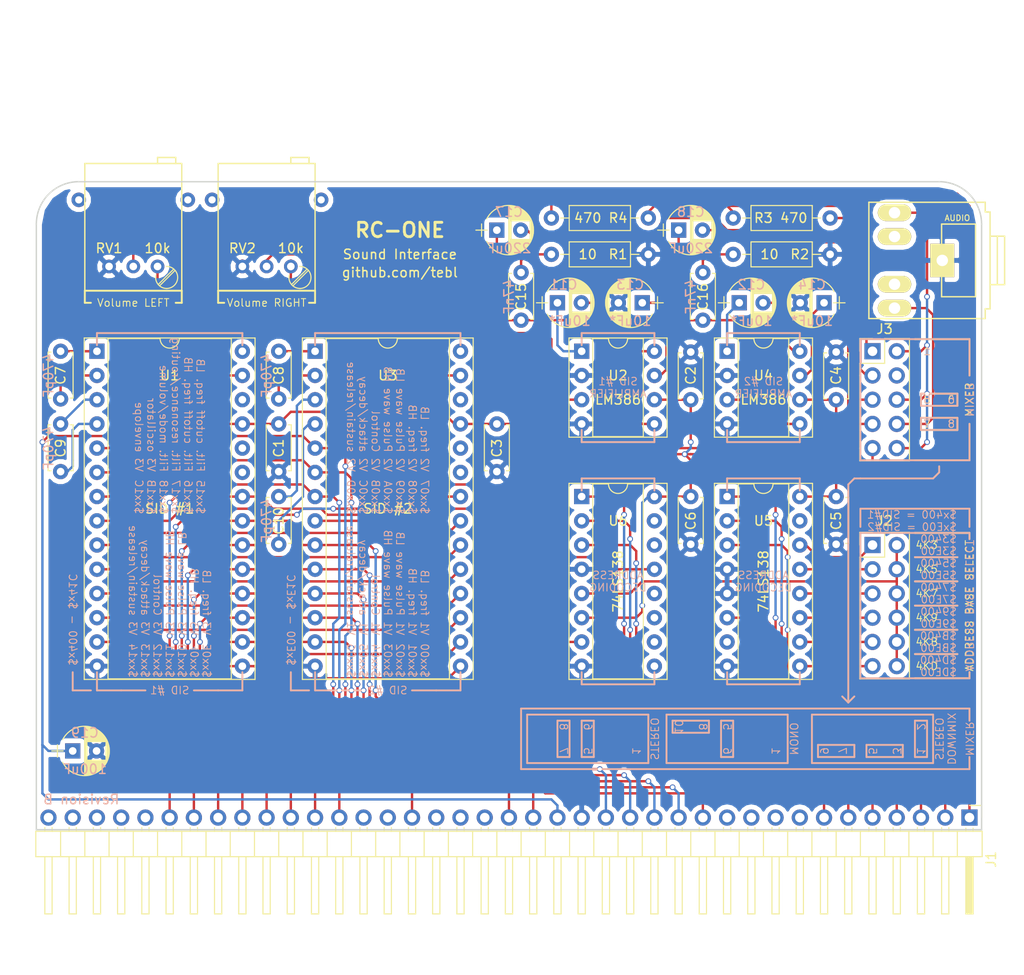
<source format=kicad_pcb>
(kicad_pcb (version 4) (host pcbnew 4.0.7)
  (layers (0 F.Cu signal) (31 B.Cu signal) (34 B.Paste user) (35 F.Paste user) (36 B.SilkS user) (37 F.SilkS user) (38 B.Mask user) (39 F.Mask user) (44 Edge.Cuts user))
  (net 0 "")
  (net 1 GND)
  (net 2 VCC)
  (net 3 /A15)
  (net 4 /A14)
  (net 5 /A13)
  (net 6 /A12)
  (net 7 /A11)
  (net 8 /A10)
  (net 9 /A9)
  (net 10 /A4)
  (net 11 /A3)
  (net 12 /A2)
  (net 13 /A1)
  (net 14 /A0)
  (net 15 /PHI2)
  (net 16 /R/~W)
  (net 17 /D0)
  (net 18 /D1)
  (net 19 /D2)
  (net 20 /D3)
  (net 21 /D4)
  (net 22 /D5)
  (net 23 /D6)
  (net 24 /D7)
  (net 25 "Net-(J2-Pad10)")
  (net 26 /RESET)
  (net 27 "Net-(C7-Pad1)")
  (net 28 "Net-(C7-Pad2)")
  (net 29 "Net-(C8-Pad1)")
  (net 30 "Net-(C8-Pad2)")
  (net 31 "Net-(C11-Pad1)")
  (net 32 "Net-(C11-Pad2)")
  (net 33 "Net-(C12-Pad1)")
  (net 34 "Net-(C12-Pad2)")
  (net 35 "Net-(C13-Pad1)")
  (net 36 "Net-(C14-Pad1)")
  (net 37 "Net-(C15-Pad1)")
  (net 38 "Net-(C15-Pad2)")
  (net 39 "Net-(C16-Pad1)")
  (net 40 "Net-(C16-Pad2)")
  (net 41 LEFT)
  (net 42 RIGHT)
  (net 43 "Net-(J3-Pad1)")
  (net 44 AUD_L)
  (net 45 "Net-(J3-Pad3)")
  (net 46 AUD_R)
  (net 47 "Net-(J3-Pad9)")
  (net 48 "Net-(RV1-Pad1)")
  (net 49 "Net-(RV1-Pad2)")
  (net 50 "Net-(RV2-Pad1)")
  (net 51 "Net-(RV2-Pad2)")
  (net 52 ~SID1)
  (net 53 ~SID2)
  (net 54 "Net-(C9-Pad1)")
  (net 55 "Net-(C9-Pad2)")
  (net 56 "Net-(C10-Pad1)")
  (net 57 "Net-(C10-Pad2)")
  (net 58 /4K3)
  (net 59 /4K5)
  (net 60 /4K7)
  (net 61 /4K9)
  (net 62 /4KB)
  (net 63 /4KD)
  (module Housings_DIP:DIP-28_W15.24mm_Socket (layer F.Cu) (at 124.46 98.425)
    (fp_text reference U3 (at 7.62 2.54) (layer F.SilkS))
    (fp_text value "SID #2" (at 7.62 16.51) (layer F.SilkS))
    (pad 1 thru_hole rect (at 0 0) (size 1.6 1.6) (drill 0.8) (layers *.Cu *.Mask) (net 29 "Net-(C8-Pad1)"))
    (pad 15 thru_hole oval (at 15.24 33.02) (size 1.6 1.6) (drill 0.8) (layers *.Cu *.Mask) (net 17 /D0))
    (pad 2 thru_hole oval (at 0 2.54) (size 1.6 1.6) (drill 0.8) (layers *.Cu *.Mask) (net 30 "Net-(C8-Pad2)"))
    (pad 16 thru_hole oval (at 15.24 30.48) (size 1.6 1.6) (drill 0.8) (layers *.Cu *.Mask) (net 18 /D1))
    (pad 3 thru_hole oval (at 0 5.08) (size 1.6 1.6) (drill 0.8) (layers *.Cu *.Mask) (net 56 "Net-(C10-Pad1)"))
    (pad 17 thru_hole oval (at 15.24 27.94) (size 1.6 1.6) (drill 0.8) (layers *.Cu *.Mask) (net 19 /D2))
    (pad 4 thru_hole oval (at 0 7.62) (size 1.6 1.6) (drill 0.8) (layers *.Cu *.Mask) (net 57 "Net-(C10-Pad2)"))
    (pad 18 thru_hole oval (at 15.24 25.4) (size 1.6 1.6) (drill 0.8) (layers *.Cu *.Mask) (net 20 /D3))
    (pad 5 thru_hole oval (at 0 10.16) (size 1.6 1.6) (drill 0.8) (layers *.Cu *.Mask) (net 26 /RESET))
    (pad 19 thru_hole oval (at 15.24 22.86) (size 1.6 1.6) (drill 0.8) (layers *.Cu *.Mask) (net 21 /D4))
    (pad 6 thru_hole oval (at 0 12.7) (size 1.6 1.6) (drill 0.8) (layers *.Cu *.Mask) (net 15 /PHI2))
    (pad 20 thru_hole oval (at 15.24 20.32) (size 1.6 1.6) (drill 0.8) (layers *.Cu *.Mask) (net 22 /D5))
    (pad 7 thru_hole oval (at 0 15.24) (size 1.6 1.6) (drill 0.8) (layers *.Cu *.Mask) (net 16 /R/~W))
    (pad 21 thru_hole oval (at 15.24 17.78) (size 1.6 1.6) (drill 0.8) (layers *.Cu *.Mask) (net 23 /D6))
    (pad 8 thru_hole oval (at 0 17.78) (size 1.6 1.6) (drill 0.8) (layers *.Cu *.Mask) (net 53 ~SID2))
    (pad 22 thru_hole oval (at 15.24 15.24) (size 1.6 1.6) (drill 0.8) (layers *.Cu *.Mask) (net 24 /D7))
    (pad 9 thru_hole oval (at 0 20.32) (size 1.6 1.6) (drill 0.8) (layers *.Cu *.Mask) (net 14 /A0))
    (pad 23 thru_hole oval (at 15.24 12.7) (size 1.6 1.6) (drill 0.8) (layers *.Cu *.Mask))
    (pad 10 thru_hole oval (at 0 22.86) (size 1.6 1.6) (drill 0.8) (layers *.Cu *.Mask) (net 13 /A1))
    (pad 24 thru_hole oval (at 15.24 10.16) (size 1.6 1.6) (drill 0.8) (layers *.Cu *.Mask))
    (pad 11 thru_hole oval (at 0 25.4) (size 1.6 1.6) (drill 0.8) (layers *.Cu *.Mask) (net 12 /A2))
    (pad 25 thru_hole oval (at 15.24 7.62) (size 1.6 1.6) (drill 0.8) (layers *.Cu *.Mask) (net 2 VCC))
    (pad 12 thru_hole oval (at 0 27.94) (size 1.6 1.6) (drill 0.8) (layers *.Cu *.Mask) (net 11 /A3))
    (pad 26 thru_hole oval (at 15.24 5.08) (size 1.6 1.6) (drill 0.8) (layers *.Cu *.Mask))
    (pad 13 thru_hole oval (at 0 30.48) (size 1.6 1.6) (drill 0.8) (layers *.Cu *.Mask) (net 10 /A4))
    (pad 27 thru_hole oval (at 15.24 2.54) (size 1.6 1.6) (drill 0.8) (layers *.Cu *.Mask) (net 50 "Net-(RV2-Pad1)"))
    (pad 14 thru_hole oval (at 0 33.02) (size 1.6 1.6) (drill 0.8) (layers *.Cu *.Mask) (net 1 GND))
    (pad 28 thru_hole oval (at 15.24 0) (size 1.6 1.6) (drill 0.8) (layers *.Cu *.Mask))
  )
  (module Capacitors_THT:C_Disc_D4.7mm_W2.5mm_P5.00mm (layer F.Cu) (at 120.65 106.045 270)
    (fp_text reference C1 (at 2.54 0 270) (layer F.SilkS))
    (fp_text value 100nF)
    (pad 1 thru_hole circle (at 0 0 270) (size 1.6 1.6) (drill 0.8) (layers *.Cu *.Mask) (net 2 VCC))
    (pad 2 thru_hole circle (at 5 0 270) (size 1.6 1.6) (drill 0.8) (layers *.Cu *.Mask) (net 1 GND))
  )
  (module Capacitors_THT:C_Disc_D4.7mm_W2.5mm_P5.00mm (layer F.Cu) (at 163.83 103.505 90)
    (fp_text reference C2 (at 2.54 0 90) (layer F.SilkS))
    (fp_text value 100nF)
    (pad 1 thru_hole circle (at 0 0 90) (size 1.6 1.6) (drill 0.8) (layers *.Cu *.Mask) (net 2 VCC))
    (pad 2 thru_hole circle (at 5 0 90) (size 1.6 1.6) (drill 0.8) (layers *.Cu *.Mask) (net 1 GND))
  )
  (module Capacitors_THT:C_Disc_D4.7mm_W2.5mm_P5.00mm (layer F.Cu) (at 143.51 106.045 270)
    (fp_text reference C3 (at 2.54 0 270) (layer F.SilkS))
    (fp_text value 100nF)
    (pad 1 thru_hole circle (at 0 0 270) (size 1.6 1.6) (drill 0.8) (layers *.Cu *.Mask) (net 2 VCC))
    (pad 2 thru_hole circle (at 5 0 270) (size 1.6 1.6) (drill 0.8) (layers *.Cu *.Mask) (net 1 GND))
  )
  (module Capacitors_THT:C_Disc_D4.7mm_W2.5mm_P5.00mm (layer F.Cu) (at 179.07 103.505 90)
    (fp_text reference C4 (at 2.54 0 90) (layer F.SilkS))
    (fp_text value 100nF)
    (pad 1 thru_hole circle (at 0 0 90) (size 1.6 1.6) (drill 0.8) (layers *.Cu *.Mask) (net 2 VCC))
    (pad 2 thru_hole circle (at 5 0 90) (size 1.6 1.6) (drill 0.8) (layers *.Cu *.Mask) (net 1 GND))
  )
  (module Capacitors_THT:C_Disc_D4.7mm_W2.5mm_P5.00mm (layer F.Cu) (at 179.07 113.665 270)
    (fp_text reference C5 (at 2.54 0 270) (layer F.SilkS))
    (fp_text value 100nF)
    (pad 1 thru_hole circle (at 0 0 270) (size 1.6 1.6) (drill 0.8) (layers *.Cu *.Mask) (net 2 VCC))
    (pad 2 thru_hole circle (at 5 0 270) (size 1.6 1.6) (drill 0.8) (layers *.Cu *.Mask) (net 1 GND))
  )
  (module Capacitors_THT:C_Disc_D4.7mm_W2.5mm_P5.00mm (layer F.Cu) (at 163.83 113.665 270)
    (fp_text reference C6 (at 2.54 0 270) (layer F.SilkS))
    (fp_text value 100nF)
    (pad 1 thru_hole circle (at 0 0 270) (size 1.6 1.6) (drill 0.8) (layers *.Cu *.Mask) (net 2 VCC))
    (pad 2 thru_hole circle (at 5 0 270) (size 1.6 1.6) (drill 0.8) (layers *.Cu *.Mask) (net 1 GND))
  )
  (module Capacitors_THT:C_Disc_D4.7mm_W2.5mm_P5.00mm (layer F.Cu) (at 97.79 98.425 270)
    (fp_text reference C7 (at 2.54 0 270) (layer F.SilkS))
    (fp_text value 470pF (at 2.54 1.27 270) (layer B.SilkS) (effects (justify mirror)))
    (pad 1 thru_hole circle (at 0 0 270) (size 1.6 1.6) (drill 0.8) (layers *.Cu *.Mask) (net 27 "Net-(C7-Pad1)"))
    (pad 2 thru_hole circle (at 5 0 270) (size 1.6 1.6) (drill 0.8) (layers *.Cu *.Mask) (net 28 "Net-(C7-Pad2)"))
  )
  (module Capacitors_THT:C_Disc_D4.7mm_W2.5mm_P5.00mm (layer F.Cu) (at 120.65 98.425 270)
    (fp_text reference C8 (at 2.54 0 270) (layer F.SilkS))
    (fp_text value 470pF (at 2.54 1.27 270) (layer B.SilkS) (effects (justify mirror)))
    (pad 1 thru_hole circle (at 0 0 270) (size 1.6 1.6) (drill 0.8) (layers *.Cu *.Mask) (net 29 "Net-(C8-Pad1)"))
    (pad 2 thru_hole circle (at 5 0 270) (size 1.6 1.6) (drill 0.8) (layers *.Cu *.Mask) (net 30 "Net-(C8-Pad2)"))
  )
  (module Pin_Headers:Pin_Header_Angled_1x39_Pitch2.54mm (layer F.Cu) (at 193.04 147.32 270)
    (fp_text reference J1 (at 4.385 -2.27 270) (layer F.SilkS))
    (fp_text value Expansion)
    (pad 1 thru_hole rect (at 0 0 270) (size 1.7 1.7) (drill 1) (layers *.Cu *.Mask) (net 3 /A15))
    (pad 2 thru_hole oval (at 0 2.54 270) (size 1.7 1.7) (drill 1) (layers *.Cu *.Mask) (net 4 /A14))
    (pad 3 thru_hole oval (at 0 5.08 270) (size 1.7 1.7) (drill 1) (layers *.Cu *.Mask) (net 5 /A13))
    (pad 4 thru_hole oval (at 0 7.62 270) (size 1.7 1.7) (drill 1) (layers *.Cu *.Mask) (net 6 /A12))
    (pad 5 thru_hole oval (at 0 10.16 270) (size 1.7 1.7) (drill 1) (layers *.Cu *.Mask) (net 7 /A11))
    (pad 6 thru_hole oval (at 0 12.7 270) (size 1.7 1.7) (drill 1) (layers *.Cu *.Mask) (net 8 /A10))
    (pad 7 thru_hole oval (at 0 15.24 270) (size 1.7 1.7) (drill 1) (layers *.Cu *.Mask) (net 9 /A9))
    (pad 8 thru_hole oval (at 0 17.78 270) (size 1.7 1.7) (drill 1) (layers *.Cu *.Mask))
    (pad 9 thru_hole oval (at 0 20.32 270) (size 1.7 1.7) (drill 1) (layers *.Cu *.Mask))
    (pad 10 thru_hole oval (at 0 22.86 270) (size 1.7 1.7) (drill 1) (layers *.Cu *.Mask))
    (pad 11 thru_hole oval (at 0 25.4 270) (size 1.7 1.7) (drill 1) (layers *.Cu *.Mask))
    (pad 12 thru_hole oval (at 0 27.94 270) (size 1.7 1.7) (drill 1) (layers *.Cu *.Mask) (net 10 /A4))
    (pad 13 thru_hole oval (at 0 30.48 270) (size 1.7 1.7) (drill 1) (layers *.Cu *.Mask) (net 11 /A3))
    (pad 14 thru_hole oval (at 0 33.02 270) (size 1.7 1.7) (drill 1) (layers *.Cu *.Mask) (net 12 /A2))
    (pad 15 thru_hole oval (at 0 35.56 270) (size 1.7 1.7) (drill 1) (layers *.Cu *.Mask) (net 13 /A1))
    (pad 16 thru_hole oval (at 0 38.1 270) (size 1.7 1.7) (drill 1) (layers *.Cu *.Mask) (net 14 /A0))
    (pad 17 thru_hole oval (at 0 40.64 270) (size 1.7 1.7) (drill 1) (layers *.Cu *.Mask) (net 1 GND))
    (pad 18 thru_hole oval (at 0 43.18 270) (size 1.7 1.7) (drill 1) (layers *.Cu *.Mask) (net 2 VCC))
    (pad 19 thru_hole oval (at 0 45.72 270) (size 1.7 1.7) (drill 1) (layers *.Cu *.Mask) (net 15 /PHI2))
    (pad 20 thru_hole oval (at 0 48.26 270) (size 1.7 1.7) (drill 1) (layers *.Cu *.Mask) (net 26 /RESET))
    (pad 21 thru_hole oval (at 0 50.8 270) (size 1.7 1.7) (drill 1) (layers *.Cu *.Mask))
    (pad 22 thru_hole oval (at 0 53.34 270) (size 1.7 1.7) (drill 1) (layers *.Cu *.Mask))
    (pad 23 thru_hole oval (at 0 55.88 270) (size 1.7 1.7) (drill 1) (layers *.Cu *.Mask))
    (pad 24 thru_hole oval (at 0 58.42 270) (size 1.7 1.7) (drill 1) (layers *.Cu *.Mask) (net 16 /R/~W))
    (pad 25 thru_hole oval (at 0 60.96 270) (size 1.7 1.7) (drill 1) (layers *.Cu *.Mask))
    (pad 26 thru_hole oval (at 0 63.5 270) (size 1.7 1.7) (drill 1) (layers *.Cu *.Mask))
    (pad 27 thru_hole oval (at 0 66.04 270) (size 1.7 1.7) (drill 1) (layers *.Cu *.Mask) (net 17 /D0))
    (pad 28 thru_hole oval (at 0 68.58 270) (size 1.7 1.7) (drill 1) (layers *.Cu *.Mask) (net 18 /D1))
    (pad 29 thru_hole oval (at 0 71.12 270) (size 1.7 1.7) (drill 1) (layers *.Cu *.Mask) (net 19 /D2))
    (pad 30 thru_hole oval (at 0 73.66 270) (size 1.7 1.7) (drill 1) (layers *.Cu *.Mask) (net 20 /D3))
    (pad 31 thru_hole oval (at 0 76.2 270) (size 1.7 1.7) (drill 1) (layers *.Cu *.Mask) (net 21 /D4))
    (pad 32 thru_hole oval (at 0 78.74 270) (size 1.7 1.7) (drill 1) (layers *.Cu *.Mask) (net 22 /D5))
    (pad 33 thru_hole oval (at 0 81.28 270) (size 1.7 1.7) (drill 1) (layers *.Cu *.Mask) (net 23 /D6))
    (pad 34 thru_hole oval (at 0 83.82 270) (size 1.7 1.7) (drill 1) (layers *.Cu *.Mask) (net 24 /D7))
    (pad 35 thru_hole oval (at 0 86.36 270) (size 1.7 1.7) (drill 1) (layers *.Cu *.Mask))
    (pad 36 thru_hole oval (at 0 88.9 270) (size 1.7 1.7) (drill 1) (layers *.Cu *.Mask))
    (pad 37 thru_hole oval (at 0 91.44 270) (size 1.7 1.7) (drill 1) (layers *.Cu *.Mask))
    (pad 38 thru_hole oval (at 0 93.98 270) (size 1.7 1.7) (drill 1) (layers *.Cu *.Mask))
    (pad 39 thru_hole oval (at 0 96.52 270) (size 1.7 1.7) (drill 1) (layers *.Cu *.Mask))
  )
  (module Resistors_THT:R_Axial_DIN0207_L6.3mm_D2.5mm_P10.16mm_Horizontal (layer F.Cu) (at 149.225 88.265)
    (fp_text reference R1 (at 6.985 0) (layer F.SilkS))
    (fp_text value 10 (at 3.81 0) (layer F.SilkS))
    (pad 1 thru_hole circle (at 0 0) (size 1.6 1.6) (drill 0.8) (layers *.Cu *.Mask) (net 37 "Net-(C15-Pad1)"))
    (pad 2 thru_hole oval (at 10.16 0) (size 1.6 1.6) (drill 0.8) (layers *.Cu *.Mask) (net 1 GND))
  )
  (module Resistors_THT:R_Axial_DIN0207_L6.3mm_D2.5mm_P10.16mm_Horizontal (layer F.Cu) (at 168.275 88.265)
    (fp_text reference R2 (at 6.985 0) (layer F.SilkS))
    (fp_text value 10 (at 3.81 0) (layer F.SilkS))
    (pad 1 thru_hole circle (at 0 0) (size 1.6 1.6) (drill 0.8) (layers *.Cu *.Mask) (net 39 "Net-(C16-Pad1)"))
    (pad 2 thru_hole oval (at 10.16 0) (size 1.6 1.6) (drill 0.8) (layers *.Cu *.Mask) (net 1 GND))
  )
  (module Resistors_THT:R_Axial_DIN0207_L6.3mm_D2.5mm_P10.16mm_Horizontal (layer F.Cu) (at 178.435 84.455 180)
    (fp_text reference R3 (at 6.985 0 180) (layer F.SilkS))
    (fp_text value 470 (at 3.81 0 180) (layer F.SilkS))
    (pad 1 thru_hole circle (at 0 0 180) (size 1.6 1.6) (drill 0.8) (layers *.Cu *.Mask) (net 45 "Net-(J3-Pad3)"))
    (pad 2 thru_hole oval (at 10.16 0 180) (size 1.6 1.6) (drill 0.8) (layers *.Cu *.Mask) (net 43 "Net-(J3-Pad1)"))
  )
  (module Resistors_THT:R_Axial_DIN0207_L6.3mm_D2.5mm_P10.16mm_Horizontal (layer F.Cu) (at 149.225 84.455)
    (fp_text reference R4 (at 6.985 0) (layer F.SilkS))
    (fp_text value 470 (at 3.81 0) (layer F.SilkS))
    (pad 1 thru_hole circle (at 0 0) (size 1.6 1.6) (drill 0.8) (layers *.Cu *.Mask) (net 47 "Net-(J3-Pad9)"))
    (pad 2 thru_hole oval (at 10.16 0) (size 1.6 1.6) (drill 0.8) (layers *.Cu *.Mask) (net 43 "Net-(J3-Pad1)"))
  )
  (module Capacitors_THT:C_Disc_D4.7mm_W2.5mm_P5.00mm (layer F.Cu) (at 97.79 106.045 270)
    (fp_text reference C9 (at 2.54 0 270) (layer F.SilkS))
    (fp_text value 470pF (at 2.54 1.27 270) (layer B.SilkS) (effects (justify mirror)))
    (pad 1 thru_hole circle (at 0 0 270) (size 1.6 1.6) (drill 0.8) (layers *.Cu *.Mask) (net 54 "Net-(C9-Pad1)"))
    (pad 2 thru_hole circle (at 5 0 270) (size 1.6 1.6) (drill 0.8) (layers *.Cu *.Mask) (net 55 "Net-(C9-Pad2)"))
  )
  (module Capacitors_THT:C_Disc_D4.7mm_W2.5mm_P5.00mm (layer F.Cu) (at 120.65 113.665 270)
    (fp_text reference C10 (at 2.54 0 270) (layer F.SilkS))
    (fp_text value 470pF (at 2.54 1.27 270) (layer B.SilkS) (effects (justify mirror)))
    (pad 1 thru_hole circle (at 0 0 270) (size 1.6 1.6) (drill 0.8) (layers *.Cu *.Mask) (net 56 "Net-(C10-Pad1)"))
    (pad 2 thru_hole circle (at 5 0 270) (size 1.6 1.6) (drill 0.8) (layers *.Cu *.Mask) (net 57 "Net-(C10-Pad2)"))
  )
  (module Capacitors_THT:CP_Radial_D5.0mm_P2.50mm (layer F.Cu) (at 149.86 93.345)
    (fp_text reference C11 (at 0.635 -1.905) (layer B.SilkS) (effects (justify mirror)))
    (fp_text value 10uF* (at 1.27 1.905) (layer B.SilkS) (effects (justify mirror)))
    (pad 1 thru_hole rect (at 0 0) (size 1.6 1.6) (drill 0.8) (layers *.Cu *.Mask) (net 31 "Net-(C11-Pad1)"))
    (pad 2 thru_hole circle (at 2.5 0) (size 1.6 1.6) (drill 0.8) (layers *.Cu *.Mask) (net 32 "Net-(C11-Pad2)"))
  )
  (module Capacitors_THT:CP_Radial_D5.0mm_P2.50mm (layer F.Cu) (at 168.91 93.345)
    (fp_text reference C12 (at 1.27 -1.905) (layer B.SilkS) (effects (justify mirror)))
    (fp_text value 10uF* (at 1.27 1.905) (layer B.SilkS) (effects (justify mirror)))
    (pad 1 thru_hole rect (at 0 0) (size 1.6 1.6) (drill 0.8) (layers *.Cu *.Mask) (net 33 "Net-(C12-Pad1)"))
    (pad 2 thru_hole circle (at 2.5 0) (size 1.6 1.6) (drill 0.8) (layers *.Cu *.Mask) (net 34 "Net-(C12-Pad2)"))
  )
  (module Capacitors_THT:CP_Radial_D5.0mm_P2.50mm (layer F.Cu) (at 158.75 93.345 180)
    (fp_text reference C13 (at 1.27 1.905 180) (layer B.SilkS) (effects (justify mirror)))
    (fp_text value 10uF* (at 1.27 -1.905 180) (layer B.SilkS) (effects (justify mirror)))
    (pad 1 thru_hole rect (at 0 0 180) (size 1.6 1.6) (drill 0.8) (layers *.Cu *.Mask) (net 35 "Net-(C13-Pad1)"))
    (pad 2 thru_hole circle (at 2.5 0 180) (size 1.6 1.6) (drill 0.8) (layers *.Cu *.Mask) (net 1 GND))
  )
  (module Capacitors_THT:CP_Radial_D5.0mm_P2.50mm (layer F.Cu) (at 177.8 93.345 180)
    (fp_text reference C14 (at 1.27 1.905 180) (layer B.SilkS) (effects (justify mirror)))
    (fp_text value 10uF* (at 1.27 -1.905 180) (layer B.SilkS) (effects (justify mirror)))
    (pad 1 thru_hole rect (at 0 0 180) (size 1.6 1.6) (drill 0.8) (layers *.Cu *.Mask) (net 36 "Net-(C14-Pad1)"))
    (pad 2 thru_hole circle (at 2.5 0 180) (size 1.6 1.6) (drill 0.8) (layers *.Cu *.Mask) (net 1 GND))
  )
  (module Capacitors_THT:C_Disc_D4.7mm_W2.5mm_P5.00mm (layer F.Cu) (at 146.05 90.17 270)
    (fp_text reference C15 (at 2.54 0 270) (layer F.SilkS))
    (fp_text value 47nF (at 2.54 1.27 270) (layer B.SilkS) (effects (justify mirror)))
    (pad 1 thru_hole circle (at 0 0 270) (size 1.6 1.6) (drill 0.8) (layers *.Cu *.Mask) (net 37 "Net-(C15-Pad1)"))
    (pad 2 thru_hole circle (at 5 0 270) (size 1.6 1.6) (drill 0.8) (layers *.Cu *.Mask) (net 38 "Net-(C15-Pad2)"))
  )
  (module Capacitors_THT:C_Disc_D4.7mm_W2.5mm_P5.00mm (layer F.Cu) (at 165.1 90.17 270)
    (fp_text reference C16 (at 2.54 0 270) (layer F.SilkS))
    (fp_text value 47nF (at 2.54 1.27 270) (layer B.SilkS) (effects (justify mirror)))
    (pad 1 thru_hole circle (at 0 0 270) (size 1.6 1.6) (drill 0.8) (layers *.Cu *.Mask) (net 39 "Net-(C16-Pad1)"))
    (pad 2 thru_hole circle (at 5 0 270) (size 1.6 1.6) (drill 0.8) (layers *.Cu *.Mask) (net 40 "Net-(C16-Pad2)"))
  )
  (module Capacitors_THT:CP_Radial_D5.0mm_P2.50mm (layer F.Cu) (at 143.51 85.725)
    (fp_text reference C17 (at 1.27 -1.905) (layer B.SilkS) (effects (justify mirror)))
    (fp_text value 220uF (at 1.27 1.905) (layer B.SilkS) (effects (justify mirror)))
    (pad 1 thru_hole rect (at 0 0) (size 1.6 1.6) (drill 0.8) (layers *.Cu *.Mask) (net 38 "Net-(C15-Pad2)"))
    (pad 2 thru_hole circle (at 2.5 0) (size 1.6 1.6) (drill 0.8) (layers *.Cu *.Mask) (net 41 LEFT))
  )
  (module Capacitors_THT:CP_Radial_D5.0mm_P2.50mm (layer F.Cu) (at 162.56 85.725)
    (fp_text reference C18 (at 1.27 -1.905) (layer B.SilkS) (effects (justify mirror)))
    (fp_text value 220uF (at 1.27 1.905) (layer B.SilkS) (effects (justify mirror)))
    (pad 1 thru_hole rect (at 0 0) (size 1.6 1.6) (drill 0.8) (layers *.Cu *.Mask) (net 40 "Net-(C16-Pad2)"))
    (pad 2 thru_hole circle (at 2.5 0) (size 1.6 1.6) (drill 0.8) (layers *.Cu *.Mask) (net 42 RIGHT))
  )
  (module Capacitors_THT:CP_Radial_D5.0mm_P2.50mm (layer F.Cu) (at 99.06 140.335)
    (fp_text reference C19 (at 1.27 -1.905) (layer B.SilkS) (effects (justify mirror)))
    (fp_text value 100uF (at 1.27 1.905) (layer B.SilkS) (effects (justify mirror)))
    (pad 1 thru_hole rect (at 0 0) (size 1.6 1.6) (drill 0.8) (layers *.Cu *.Mask) (net 2 VCC))
    (pad 2 thru_hole circle (at 2.5 0) (size 1.6 1.6) (drill 0.8) (layers *.Cu *.Mask) (net 1 GND))
  )
  (module Pin_Headers:Pin_Header_Straight_2x05_Pitch2.54mm (layer F.Cu) (at 182.88 98.425)
    (fp_text reference J3 (at 1.27 -2.33) (layer F.SilkS))
    (fp_text value MIXING)
    (pad 1 thru_hole rect (at 0 0) (size 1.7 1.7) (drill 1) (layers *.Cu *.Mask) (net 43 "Net-(J3-Pad1)"))
    (pad 2 thru_hole oval (at 2.54 0) (size 1.7 1.7) (drill 1) (layers *.Cu *.Mask) (net 44 AUD_L))
    (pad 3 thru_hole oval (at 0 2.54) (size 1.7 1.7) (drill 1) (layers *.Cu *.Mask) (net 45 "Net-(J3-Pad3)"))
    (pad 4 thru_hole oval (at 2.54 2.54) (size 1.7 1.7) (drill 1) (layers *.Cu *.Mask))
    (pad 5 thru_hole oval (at 0 5.08) (size 1.7 1.7) (drill 1) (layers *.Cu *.Mask) (net 41 LEFT))
    (pad 6 thru_hole oval (at 2.54 5.08) (size 1.7 1.7) (drill 1) (layers *.Cu *.Mask) (net 44 AUD_L))
    (pad 7 thru_hole oval (at 0 7.62) (size 1.7 1.7) (drill 1) (layers *.Cu *.Mask) (net 42 RIGHT))
    (pad 8 thru_hole oval (at 2.54 7.62) (size 1.7 1.7) (drill 1) (layers *.Cu *.Mask) (net 46 AUD_R))
    (pad 9 thru_hole oval (at 0 10.16) (size 1.7 1.7) (drill 1) (layers *.Cu *.Mask) (net 47 "Net-(J3-Pad9)"))
    (pad 10 thru_hole oval (at 2.54 10.16) (size 1.7 1.7) (drill 1) (layers *.Cu *.Mask) (net 44 AUD_L))
  )
  (module TRS:Tayda_3.5mm_stereo_TRS_jack_A-853 (layer F.Cu) (at 188.595 88.9 270)
    (fp_text reference J4 hide)
    (fp_text value AUDIO (at -4.445 -3.175 360) (layer F.SilkS) (effects (font (size 0.6 0.6) (thickness 0.1))))
    (pad 1 thru_hole rect (at 0 -1.596 270) (size 3.5 2.5) (drill 1.2) (layers *.Cu *.Mask F.SilkS) (net 1 GND))
    (pad 2 thru_hole oval (at 5 3.41 270) (size 1.75 3.5) (drill 1.2) (layers *.Cu *.Mask F.SilkS) (net 46 AUD_R))
    (pad 5 thru_hole oval (at -5 3.41 270) (size 1.75 3.5) (drill 1.2) (layers *.Cu *.Mask F.SilkS) (net 44 AUD_L))
    (pad 3 thru_hole oval (at 2.5 3.41 270) (size 1.75 3.5) (drill 1.2) (layers *.Cu *.Mask F.SilkS))
    (pad 4 thru_hole oval (at -2.5 3.41 270) (size 1.75 3.5) (drill 1.2) (layers *.Cu *.Mask F.SilkS))
  )
  (module Housings_DIP:DIP-28_W15.24mm_Socket (layer F.Cu) (at 101.6 98.425)
    (fp_text reference U1 (at 7.62 2.54) (layer F.SilkS))
    (fp_text value "SID #1" (at 7.62 16.51) (layer F.SilkS))
    (pad 1 thru_hole rect (at 0 0) (size 1.6 1.6) (drill 0.8) (layers *.Cu *.Mask) (net 27 "Net-(C7-Pad1)"))
    (pad 15 thru_hole oval (at 15.24 33.02) (size 1.6 1.6) (drill 0.8) (layers *.Cu *.Mask) (net 17 /D0))
    (pad 2 thru_hole oval (at 0 2.54) (size 1.6 1.6) (drill 0.8) (layers *.Cu *.Mask) (net 28 "Net-(C7-Pad2)"))
    (pad 16 thru_hole oval (at 15.24 30.48) (size 1.6 1.6) (drill 0.8) (layers *.Cu *.Mask) (net 18 /D1))
    (pad 3 thru_hole oval (at 0 5.08) (size 1.6 1.6) (drill 0.8) (layers *.Cu *.Mask) (net 54 "Net-(C9-Pad1)"))
    (pad 17 thru_hole oval (at 15.24 27.94) (size 1.6 1.6) (drill 0.8) (layers *.Cu *.Mask) (net 19 /D2))
    (pad 4 thru_hole oval (at 0 7.62) (size 1.6 1.6) (drill 0.8) (layers *.Cu *.Mask) (net 55 "Net-(C9-Pad2)"))
    (pad 18 thru_hole oval (at 15.24 25.4) (size 1.6 1.6) (drill 0.8) (layers *.Cu *.Mask) (net 20 /D3))
    (pad 5 thru_hole oval (at 0 10.16) (size 1.6 1.6) (drill 0.8) (layers *.Cu *.Mask) (net 26 /RESET))
    (pad 19 thru_hole oval (at 15.24 22.86) (size 1.6 1.6) (drill 0.8) (layers *.Cu *.Mask) (net 21 /D4))
    (pad 6 thru_hole oval (at 0 12.7) (size 1.6 1.6) (drill 0.8) (layers *.Cu *.Mask) (net 15 /PHI2))
    (pad 20 thru_hole oval (at 15.24 20.32) (size 1.6 1.6) (drill 0.8) (layers *.Cu *.Mask) (net 22 /D5))
    (pad 7 thru_hole oval (at 0 15.24) (size 1.6 1.6) (drill 0.8) (layers *.Cu *.Mask) (net 16 /R/~W))
    (pad 21 thru_hole oval (at 15.24 17.78) (size 1.6 1.6) (drill 0.8) (layers *.Cu *.Mask) (net 23 /D6))
    (pad 8 thru_hole oval (at 0 17.78) (size 1.6 1.6) (drill 0.8) (layers *.Cu *.Mask) (net 52 ~SID1))
    (pad 22 thru_hole oval (at 15.24 15.24) (size 1.6 1.6) (drill 0.8) (layers *.Cu *.Mask) (net 24 /D7))
    (pad 9 thru_hole oval (at 0 20.32) (size 1.6 1.6) (drill 0.8) (layers *.Cu *.Mask) (net 14 /A0))
    (pad 23 thru_hole oval (at 15.24 12.7) (size 1.6 1.6) (drill 0.8) (layers *.Cu *.Mask))
    (pad 10 thru_hole oval (at 0 22.86) (size 1.6 1.6) (drill 0.8) (layers *.Cu *.Mask) (net 13 /A1))
    (pad 24 thru_hole oval (at 15.24 10.16) (size 1.6 1.6) (drill 0.8) (layers *.Cu *.Mask))
    (pad 11 thru_hole oval (at 0 25.4) (size 1.6 1.6) (drill 0.8) (layers *.Cu *.Mask) (net 12 /A2))
    (pad 25 thru_hole oval (at 15.24 7.62) (size 1.6 1.6) (drill 0.8) (layers *.Cu *.Mask) (net 2 VCC))
    (pad 12 thru_hole oval (at 0 27.94) (size 1.6 1.6) (drill 0.8) (layers *.Cu *.Mask) (net 11 /A3))
    (pad 26 thru_hole oval (at 15.24 5.08) (size 1.6 1.6) (drill 0.8) (layers *.Cu *.Mask))
    (pad 13 thru_hole oval (at 0 30.48) (size 1.6 1.6) (drill 0.8) (layers *.Cu *.Mask) (net 10 /A4))
    (pad 27 thru_hole oval (at 15.24 2.54) (size 1.6 1.6) (drill 0.8) (layers *.Cu *.Mask) (net 48 "Net-(RV1-Pad1)"))
    (pad 14 thru_hole oval (at 0 33.02) (size 1.6 1.6) (drill 0.8) (layers *.Cu *.Mask) (net 1 GND))
    (pad 28 thru_hole oval (at 15.24 0) (size 1.6 1.6) (drill 0.8) (layers *.Cu *.Mask))
  )
  (module Housings_DIP:DIP-8_W7.62mm_Socket (layer F.Cu) (at 152.4 98.425)
    (fp_text reference U2 (at 3.81 2.54) (layer F.SilkS))
    (fp_text value LM386 (at 3.81 5.08) (layer F.SilkS))
    (pad 1 thru_hole rect (at 0 0) (size 1.6 1.6) (drill 0.8) (layers *.Cu *.Mask) (net 31 "Net-(C11-Pad1)"))
    (pad 5 thru_hole oval (at 7.62 7.62) (size 1.6 1.6) (drill 0.8) (layers *.Cu *.Mask) (net 38 "Net-(C15-Pad2)"))
    (pad 2 thru_hole oval (at 0 2.54) (size 1.6 1.6) (drill 0.8) (layers *.Cu *.Mask) (net 1 GND))
    (pad 6 thru_hole oval (at 7.62 5.08) (size 1.6 1.6) (drill 0.8) (layers *.Cu *.Mask) (net 2 VCC))
    (pad 3 thru_hole oval (at 0 5.08) (size 1.6 1.6) (drill 0.8) (layers *.Cu *.Mask) (net 49 "Net-(RV1-Pad2)"))
    (pad 7 thru_hole oval (at 7.62 2.54) (size 1.6 1.6) (drill 0.8) (layers *.Cu *.Mask) (net 35 "Net-(C13-Pad1)"))
    (pad 4 thru_hole oval (at 0 7.62) (size 1.6 1.6) (drill 0.8) (layers *.Cu *.Mask) (net 1 GND))
    (pad 8 thru_hole oval (at 7.62 0) (size 1.6 1.6) (drill 0.8) (layers *.Cu *.Mask) (net 32 "Net-(C11-Pad2)"))
  )
  (module Housings_DIP:DIP-8_W7.62mm_Socket (layer F.Cu) (at 167.64 98.425)
    (fp_text reference U4 (at 3.81 2.54) (layer F.SilkS))
    (fp_text value LM386 (at 3.81 5.08) (layer F.SilkS))
    (pad 1 thru_hole rect (at 0 0) (size 1.6 1.6) (drill 0.8) (layers *.Cu *.Mask) (net 33 "Net-(C12-Pad1)"))
    (pad 5 thru_hole oval (at 7.62 7.62) (size 1.6 1.6) (drill 0.8) (layers *.Cu *.Mask) (net 40 "Net-(C16-Pad2)"))
    (pad 2 thru_hole oval (at 0 2.54) (size 1.6 1.6) (drill 0.8) (layers *.Cu *.Mask) (net 1 GND))
    (pad 6 thru_hole oval (at 7.62 5.08) (size 1.6 1.6) (drill 0.8) (layers *.Cu *.Mask) (net 2 VCC))
    (pad 3 thru_hole oval (at 0 5.08) (size 1.6 1.6) (drill 0.8) (layers *.Cu *.Mask) (net 51 "Net-(RV2-Pad2)"))
    (pad 7 thru_hole oval (at 7.62 2.54) (size 1.6 1.6) (drill 0.8) (layers *.Cu *.Mask) (net 36 "Net-(C14-Pad1)"))
    (pad 4 thru_hole oval (at 0 7.62) (size 1.6 1.6) (drill 0.8) (layers *.Cu *.Mask) (net 1 GND))
    (pad 8 thru_hole oval (at 7.62 0) (size 1.6 1.6) (drill 0.8) (layers *.Cu *.Mask) (net 34 "Net-(C12-Pad2)"))
  )
  (module Housings_DIP:DIP-16_W7.62mm_Socket (layer F.Cu) (at 167.64 113.665)
    (fp_text reference U5 (at 3.81 2.54) (layer F.SilkS))
    (fp_text value 74LS138 (at 3.81 8.89 90) (layer F.SilkS))
    (pad 1 thru_hole rect (at 0 0) (size 1.6 1.6) (drill 0.8) (layers *.Cu *.Mask) (net 5 /A13))
    (pad 9 thru_hole oval (at 7.62 17.78) (size 1.6 1.6) (drill 0.8) (layers *.Cu *.Mask) (net 63 /4KD))
    (pad 2 thru_hole oval (at 0 2.54) (size 1.6 1.6) (drill 0.8) (layers *.Cu *.Mask) (net 4 /A14))
    (pad 10 thru_hole oval (at 7.62 15.24) (size 1.6 1.6) (drill 0.8) (layers *.Cu *.Mask) (net 62 /4KB))
    (pad 3 thru_hole oval (at 0 5.08) (size 1.6 1.6) (drill 0.8) (layers *.Cu *.Mask) (net 3 /A15))
    (pad 11 thru_hole oval (at 7.62 12.7) (size 1.6 1.6) (drill 0.8) (layers *.Cu *.Mask) (net 61 /4K9))
    (pad 4 thru_hole oval (at 0 7.62) (size 1.6 1.6) (drill 0.8) (layers *.Cu *.Mask) (net 1 GND))
    (pad 12 thru_hole oval (at 7.62 10.16) (size 1.6 1.6) (drill 0.8) (layers *.Cu *.Mask) (net 60 /4K7))
    (pad 5 thru_hole oval (at 0 10.16) (size 1.6 1.6) (drill 0.8) (layers *.Cu *.Mask) (net 1 GND))
    (pad 13 thru_hole oval (at 7.62 7.62) (size 1.6 1.6) (drill 0.8) (layers *.Cu *.Mask) (net 59 /4K5))
    (pad 6 thru_hole oval (at 0 12.7) (size 1.6 1.6) (drill 0.8) (layers *.Cu *.Mask) (net 6 /A12))
    (pad 14 thru_hole oval (at 7.62 5.08) (size 1.6 1.6) (drill 0.8) (layers *.Cu *.Mask) (net 58 /4K3))
    (pad 7 thru_hole oval (at 0 15.24) (size 1.6 1.6) (drill 0.8) (layers *.Cu *.Mask))
    (pad 15 thru_hole oval (at 7.62 2.54) (size 1.6 1.6) (drill 0.8) (layers *.Cu *.Mask))
    (pad 8 thru_hole oval (at 0 17.78) (size 1.6 1.6) (drill 0.8) (layers *.Cu *.Mask) (net 1 GND))
    (pad 16 thru_hole oval (at 7.62 0) (size 1.6 1.6) (drill 0.8) (layers *.Cu *.Mask) (net 2 VCC))
  )
  (module Housings_DIP:DIP-16_W7.62mm_Socket (layer F.Cu) (at 152.4 113.665)
    (fp_text reference U6 (at 3.81 2.54) (layer F.SilkS))
    (fp_text value 74LS138 (at 3.81 8.89 90) (layer F.SilkS))
    (pad 1 thru_hole rect (at 0 0) (size 1.6 1.6) (drill 0.8) (layers *.Cu *.Mask) (net 9 /A9))
    (pad 9 thru_hole oval (at 7.62 17.78) (size 1.6 1.6) (drill 0.8) (layers *.Cu *.Mask))
    (pad 2 thru_hole oval (at 0 2.54) (size 1.6 1.6) (drill 0.8) (layers *.Cu *.Mask) (net 8 /A10))
    (pad 10 thru_hole oval (at 7.62 15.24) (size 1.6 1.6) (drill 0.8) (layers *.Cu *.Mask))
    (pad 3 thru_hole oval (at 0 5.08) (size 1.6 1.6) (drill 0.8) (layers *.Cu *.Mask) (net 7 /A11))
    (pad 11 thru_hole oval (at 7.62 12.7) (size 1.6 1.6) (drill 0.8) (layers *.Cu *.Mask))
    (pad 4 thru_hole oval (at 0 7.62) (size 1.6 1.6) (drill 0.8) (layers *.Cu *.Mask) (net 1 GND))
    (pad 12 thru_hole oval (at 7.62 10.16) (size 1.6 1.6) (drill 0.8) (layers *.Cu *.Mask))
    (pad 5 thru_hole oval (at 0 10.16) (size 1.6 1.6) (drill 0.8) (layers *.Cu *.Mask) (net 25 "Net-(J2-Pad10)"))
    (pad 13 thru_hole oval (at 7.62 7.62) (size 1.6 1.6) (drill 0.8) (layers *.Cu *.Mask) (net 52 ~SID1))
    (pad 6 thru_hole oval (at 0 12.7) (size 1.6 1.6) (drill 0.8) (layers *.Cu *.Mask) (net 2 VCC))
    (pad 14 thru_hole oval (at 7.62 5.08) (size 1.6 1.6) (drill 0.8) (layers *.Cu *.Mask))
    (pad 7 thru_hole oval (at 0 15.24) (size 1.6 1.6) (drill 0.8) (layers *.Cu *.Mask) (net 53 ~SID2))
    (pad 15 thru_hole oval (at 7.62 2.54) (size 1.6 1.6) (drill 0.8) (layers *.Cu *.Mask))
    (pad 8 thru_hole oval (at 0 17.78) (size 1.6 1.6) (drill 0.8) (layers *.Cu *.Mask) (net 1 GND))
    (pad 16 thru_hole oval (at 7.62 0) (size 1.6 1.6) (drill 0.8) (layers *.Cu *.Mask) (net 2 VCC))
  )
  (module Pin_Headers:Pin_Header_Straight_2x06_Pitch2.54mm (layer F.Cu) (at 182.88 118.745)
    (fp_text reference J2 (at 1.27 -2.54) (layer F.SilkS))
    (fp_text value ADDRESS)
    (pad 1 thru_hole rect (at 0 0) (size 1.7 1.7) (drill 1) (layers *.Cu *.Mask) (net 58 /4K3))
    (pad 2 thru_hole oval (at 2.54 0) (size 1.7 1.7) (drill 1) (layers *.Cu *.Mask) (net 25 "Net-(J2-Pad10)"))
    (pad 3 thru_hole oval (at 0 2.54) (size 1.7 1.7) (drill 1) (layers *.Cu *.Mask) (net 59 /4K5))
    (pad 4 thru_hole oval (at 2.54 2.54) (size 1.7 1.7) (drill 1) (layers *.Cu *.Mask) (net 25 "Net-(J2-Pad10)"))
    (pad 5 thru_hole oval (at 0 5.08) (size 1.7 1.7) (drill 1) (layers *.Cu *.Mask) (net 60 /4K7))
    (pad 6 thru_hole oval (at 2.54 5.08) (size 1.7 1.7) (drill 1) (layers *.Cu *.Mask) (net 25 "Net-(J2-Pad10)"))
    (pad 7 thru_hole oval (at 0 7.62) (size 1.7 1.7) (drill 1) (layers *.Cu *.Mask) (net 61 /4K9))
    (pad 8 thru_hole oval (at 2.54 7.62) (size 1.7 1.7) (drill 1) (layers *.Cu *.Mask) (net 25 "Net-(J2-Pad10)"))
    (pad 9 thru_hole oval (at 0 10.16) (size 1.7 1.7) (drill 1) (layers *.Cu *.Mask) (net 62 /4KB))
    (pad 10 thru_hole oval (at 2.54 10.16) (size 1.7 1.7) (drill 1) (layers *.Cu *.Mask) (net 25 "Net-(J2-Pad10)"))
    (pad 11 thru_hole oval (at 0 12.7) (size 1.7 1.7) (drill 1) (layers *.Cu *.Mask) (net 63 /4KD))
    (pad 12 thru_hole oval (at 2.54 12.7) (size 1.7 1.7) (drill 1) (layers *.Cu *.Mask) (net 25 "Net-(J2-Pad10)"))
  )
  (module Potentiometer:Potentiometer_Trimmer_Bourns_3296W (layer F.Cu) (at 107.95 89.535)
    (fp_text reference RV1 (at -5.08 -1.905) (layer F.SilkS))
    (fp_text value 10k (at 0 -1.905) (layer F.SilkS))
    (pad 1 thru_hole circle (at 0 0) (size 1.44 1.44) (drill 0.8) (layers *.Cu *.Mask) (net 48 "Net-(RV1-Pad1)"))
    (pad 2 thru_hole circle (at -2.54 0) (size 1.44 1.44) (drill 0.8) (layers *.Cu *.Mask) (net 49 "Net-(RV1-Pad2)"))
    (pad 3 thru_hole circle (at -5.08 0) (size 1.44 1.44) (drill 0.8) (layers *.Cu *.Mask) (net 1 GND))
    (pad "" np_thru_hole circle (at 3.175 -6.985) (size 1.524 1.524) (drill 0.762) (layers *.Cu *.Mask))
    (pad "" np_thru_hole circle (at -8.255 -6.985) (size 1.524 1.524) (drill 0.762) (layers *.Cu *.Mask))
  )
  (module Potentiometer:Potentiometer_Trimmer_Bourns_3296W (layer F.Cu) (at 121.92 89.535)
    (fp_text reference RV2 (at -5.08 -1.905) (layer F.SilkS))
    (fp_text value 10k (at 0 -1.905) (layer F.SilkS))
    (pad 1 thru_hole circle (at 0 0) (size 1.44 1.44) (drill 0.8) (layers *.Cu *.Mask) (net 50 "Net-(RV2-Pad1)"))
    (pad 2 thru_hole circle (at -2.54 0) (size 1.44 1.44) (drill 0.8) (layers *.Cu *.Mask) (net 51 "Net-(RV2-Pad2)"))
    (pad 3 thru_hole circle (at -5.08 0) (size 1.44 1.44) (drill 0.8) (layers *.Cu *.Mask) (net 1 GND))
    (pad "" np_thru_hole circle (at 3.175 -6.985) (size 1.524 1.524) (drill 0.762) (layers *.Cu *.Mask))
    (pad "" np_thru_hole circle (at -8.255 -6.985) (size 1.524 1.524) (drill 0.762) (layers *.Cu *.Mask))
  )
  (gr_line (start 194.31 148.59) (end 194.31 85.09) (angle 90) (layer Edge.Cuts) (width 0.15))
  (gr_line (start 95.25 85.09) (end 95.25 148.59) (angle 90) (layer Edge.Cuts) (width 0.15))
  (gr_arc (start 189.865 85.09) (end 189.865 80.645) (angle 90) (layer Edge.Cuts) (width 0.15))
  (gr_line (start 181.61 114.935) (end 181.61 116.84) (angle 90) (layer B.SilkS) (width 0.2))
  (gr_line (start 193.04 114.935) (end 193.04 116.84) (angle 90) (layer B.SilkS) (width 0.2))
  (gr_line (start 193.04 114.935) (end 181.61 114.935) (angle 90) (layer B.SilkS) (width 0.2))
  (gr_line (start 180.975 111.76) (end 181.61 111.76) (angle 90) (layer B.SilkS) (width 0.2))
  (gr_line (start 180.34 112.395) (end 180.975 111.76) (angle 90) (layer B.SilkS) (width 0.2))
  (gr_line (start 180.34 135.255) (end 180.34 112.395) (angle 90) (layer B.SilkS) (width 0.2))
  (gr_line (start 180.34 135.255) (end 180.975 134.62) (angle 90) (layer B.SilkS) (width 0.2))
  (gr_line (start 180.34 135.255) (end 179.705 134.62) (angle 90) (layer B.SilkS) (width 0.2))
  (gr_line (start 189.865 111.125) (end 189.865 110.49) (angle 90) (layer B.SilkS) (width 0.2))
  (gr_line (start 189.23 111.76) (end 189.865 111.125) (angle 90) (layer B.SilkS) (width 0.2))
  (gr_line (start 181.61 111.76) (end 189.23 111.76) (angle 90) (layer B.SilkS) (width 0.2))
  (gr_line (start 181.61 109.855) (end 187.325 109.855) (angle 90) (layer B.SilkS) (width 0.2))
  (gr_line (start 181.61 97.155) (end 181.61 109.855) (angle 90) (layer B.SilkS) (width 0.2))
  (gr_line (start 187.325 97.155) (end 181.61 97.155) (angle 90) (layer B.SilkS) (width 0.2))
  (gr_text 8 (at 191.135 106.045) (layer B.SilkS) (effects (font (size 0.8 0.8) (thickness 0.1)) (justify mirror)))
  (gr_text 7 (at 188.595 106.045) (layer B.SilkS) (effects (font (size 0.8 0.8) (thickness 0.1)) (justify mirror)))
  (gr_text 6 (at 191.135 103.505) (layer B.SilkS) (effects (font (size 0.8 0.8) (thickness 0.1)) (justify mirror)))
  (gr_text 5 (at 188.595 103.505) (layer B.SilkS) (effects (font (size 0.8 0.8) (thickness 0.1)) (justify mirror)))
  (gr_text 1 (at 188.595 98.425) (layer B.SilkS) (effects (font (size 0.8 0.8) (thickness 0.1)) (justify mirror)))
  (gr_line (start 187.96 105.41) (end 187.96 106.68) (angle 90) (layer B.SilkS) (width 0.2))
  (gr_line (start 191.77 106.68) (end 187.96 106.68) (angle 90) (layer B.SilkS) (width 0.2))
  (gr_line (start 191.77 105.41) (end 191.77 106.68) (angle 90) (layer B.SilkS) (width 0.2))
  (gr_line (start 187.96 105.41) (end 191.77 105.41) (angle 90) (layer B.SilkS) (width 0.2))
  (gr_line (start 187.96 104.14) (end 187.96 102.87) (angle 90) (layer B.SilkS) (width 0.2))
  (gr_line (start 191.77 104.14) (end 187.96 104.14) (angle 90) (layer B.SilkS) (width 0.2))
  (gr_line (start 191.77 102.87) (end 191.77 104.14) (angle 90) (layer B.SilkS) (width 0.2))
  (gr_line (start 187.96 102.87) (end 191.77 102.87) (angle 90) (layer B.SilkS) (width 0.2))
  (gr_text MIXER (at 193.04 103.505 270) (layer B.SilkS) (effects (font (size 0.8 0.8) (thickness 0.1)) (justify mirror)))
  (gr_line (start 193.04 109.855) (end 187.325 109.855) (angle 90) (layer B.SilkS) (width 0.2))
  (gr_line (start 193.04 106.045) (end 193.04 109.855) (angle 90) (layer B.SilkS) (width 0.2))
  (gr_line (start 193.04 97.155) (end 193.04 100.965) (angle 90) (layer B.SilkS) (width 0.2))
  (gr_line (start 187.325 97.155) (end 193.04 97.155) (angle 90) (layer B.SilkS) (width 0.2))
  (gr_text 8 (at 191.135 106.045) (layer F.SilkS) (effects (font (size 0.8 0.8) (thickness 0.1))))
  (gr_text 7 (at 188.595 106.045) (layer F.SilkS) (effects (font (size 0.8 0.8) (thickness 0.1))))
  (gr_text 6 (at 191.135 103.505) (layer F.SilkS) (effects (font (size 0.8 0.8) (thickness 0.1))))
  (gr_text 5 (at 188.595 103.505) (layer F.SilkS) (effects (font (size 0.8 0.8) (thickness 0.1))))
  (gr_text 1 (at 188.595 98.425) (layer F.SilkS) (effects (font (size 0.8 0.8) (thickness 0.1))))
  (gr_line (start 191.77 105.41) (end 187.96 105.41) (angle 90) (layer F.SilkS) (width 0.2))
  (gr_line (start 191.77 106.68) (end 191.77 105.41) (angle 90) (layer F.SilkS) (width 0.2))
  (gr_line (start 187.96 106.68) (end 191.77 106.68) (angle 90) (layer F.SilkS) (width 0.2))
  (gr_line (start 187.96 105.41) (end 187.96 106.68) (angle 90) (layer F.SilkS) (width 0.2))
  (gr_line (start 191.77 102.87) (end 187.96 102.87) (angle 90) (layer F.SilkS) (width 0.2))
  (gr_line (start 191.77 104.14) (end 191.77 102.87) (angle 90) (layer F.SilkS) (width 0.2))
  (gr_line (start 187.96 104.14) (end 191.77 104.14) (angle 90) (layer F.SilkS) (width 0.2))
  (gr_line (start 187.96 102.87) (end 187.96 104.14) (angle 90) (layer F.SilkS) (width 0.2))
  (gr_line (start 193.04 100.965) (end 193.04 97.79) (angle 90) (layer F.SilkS) (width 0.2))
  (gr_line (start 193.04 109.22) (end 193.04 106.045) (angle 90) (layer F.SilkS) (width 0.2))
  (gr_text MIXER (at 193.04 103.505 90) (layer F.SilkS) (effects (font (size 0.8 0.8) (thickness 0.1))))
  (gr_line (start 193.04 109.855) (end 193.04 109.22) (angle 90) (layer F.SilkS) (width 0.2))
  (gr_line (start 187.325 109.855) (end 193.04 109.855) (angle 90) (layer F.SilkS) (width 0.2))
  (gr_line (start 193.04 97.155) (end 193.04 97.79) (angle 90) (layer F.SilkS) (width 0.2))
  (gr_line (start 187.325 97.155) (end 193.04 97.155) (angle 90) (layer F.SilkS) (width 0.2))
  (gr_line (start 114.3 92.075) (end 124.46 92.075) (angle 90) (layer F.SilkS) (width 0.2))
  (gr_line (start 100.33 92.075) (end 110.49 92.075) (angle 90) (layer F.SilkS) (width 0.2))
  (gr_line (start 109.855 93.345) (end 110.49 93.345) (angle 90) (layer F.SilkS) (width 0.2))
  (gr_line (start 100.33 93.345) (end 100.965 93.345) (angle 90) (layer F.SilkS) (width 0.2))
  (gr_line (start 124.46 93.345) (end 123.825 93.345) (angle 90) (layer F.SilkS) (width 0.2))
  (gr_line (start 124.46 92.075) (end 124.46 93.345) (angle 90) (layer F.SilkS) (width 0.2))
  (gr_line (start 114.3 93.345) (end 114.935 93.345) (angle 90) (layer F.SilkS) (width 0.2))
  (gr_line (start 114.3 92.075) (end 114.3 93.345) (angle 90) (layer F.SilkS) (width 0.2))
  (gr_line (start 110.49 93.345) (end 110.49 92.075) (angle 90) (layer F.SilkS) (width 0.2))
  (gr_line (start 100.33 92.075) (end 100.33 93.345) (angle 90) (layer F.SilkS) (width 0.2))
  (gr_text "Volume RIGHT" (at 119.38 93.345) (layer F.SilkS) (effects (font (size 0.8 0.8) (thickness 0.1))))
  (gr_text "Volume LEFT" (at 105.41 93.345) (layer F.SilkS) (effects (font (size 0.8 0.8) (thickness 0.1))))
  (gr_line (start 124.46 96.52) (end 124.46 97.79) (angle 90) (layer B.SilkS) (width 0.2))
  (gr_line (start 139.7 96.52) (end 124.46 96.52) (angle 90) (layer B.SilkS) (width 0.2))
  (gr_line (start 139.7 97.79) (end 139.7 96.52) (angle 90) (layer B.SilkS) (width 0.2))
  (gr_line (start 116.84 96.52) (end 116.84 97.79) (angle 90) (layer B.SilkS) (width 0.2))
  (gr_line (start 101.6 96.52) (end 116.84 96.52) (angle 90) (layer B.SilkS) (width 0.2))
  (gr_line (start 101.6 97.79) (end 101.6 96.52) (angle 90) (layer B.SilkS) (width 0.2))
  (gr_line (start 123.825 133.985) (end 121.92 133.985) (angle 90) (layer B.SilkS) (width 0.2))
  (gr_line (start 100.965 133.985) (end 99.06 133.985) (angle 90) (layer B.SilkS) (width 0.2))
  (gr_line (start 121.92 132.08) (end 121.92 133.985) (angle 90) (layer B.SilkS) (width 0.2))
  (gr_line (start 99.06 133.985) (end 99.06 132.08) (angle 90) (layer B.SilkS) (width 0.2))
  (gr_line (start 129.54 133.985) (end 127 133.985) (angle 90) (layer B.SilkS) (width 0.2))
  (gr_line (start 137.16 133.985) (end 134.62 133.985) (angle 90) (layer B.SilkS) (width 0.2))
  (gr_line (start 111.76 133.985) (end 114.3 133.985) (angle 90) (layer B.SilkS) (width 0.2))
  (gr_line (start 104.14 133.985) (end 106.68 133.985) (angle 90) (layer B.SilkS) (width 0.2))
  (gr_line (start 139.7 133.985) (end 137.16 133.985) (angle 90) (layer B.SilkS) (width 0.2))
  (gr_line (start 139.7 132.08) (end 139.7 133.985) (angle 90) (layer B.SilkS) (width 0.2))
  (gr_line (start 124.46 133.985) (end 127 133.985) (angle 90) (layer B.SilkS) (width 0.2))
  (gr_line (start 124.46 132.08) (end 124.46 133.985) (angle 90) (layer B.SilkS) (width 0.2))
  (gr_line (start 101.6 133.985) (end 104.14 133.985) (angle 90) (layer B.SilkS) (width 0.2))
  (gr_line (start 101.6 132.08) (end 101.6 133.985) (angle 90) (layer B.SilkS) (width 0.2))
  (gr_line (start 116.84 133.985) (end 114.3 133.985) (angle 90) (layer B.SilkS) (width 0.2))
  (gr_line (start 116.84 132.08) (end 116.84 133.985) (angle 90) (layer B.SilkS) (width 0.2))
  (gr_text "$xE00 - $xE1C" (at 121.92 131.445 270) (layer B.SilkS) (effects (font (size 0.8 0.8) (thickness 0.1)) (justify left mirror)))
  (gr_text "$x400 - $x41C" (at 99.06 131.445 270) (layer B.SilkS) (effects (font (size 0.8 0.8) (thickness 0.1)) (justify left mirror)))
  (gr_text "SID #2" (at 132.08 133.985) (layer B.SilkS) (effects (font (size 0.8 0.8) (thickness 0.1)) (justify mirror)))
  (gr_text "SID #1" (at 109.22 133.985) (layer B.SilkS) (effects (font (size 0.8 0.8) (thickness 0.1)) (justify mirror)))
  (gr_text "SID #2\nAMPLIFIER" (at 171.45 102.235) (layer B.SilkS) (effects (font (size 0.8 0.8) (thickness 0.1)) (justify mirror)))
  (gr_text "SID #1\nAMPLIFIER" (at 156.21 102.235) (layer B.SilkS) (effects (font (size 0.8 0.8) (thickness 0.1)) (justify mirror)))
  (gr_text "ADDRESS\nDECODING" (at 171.45 122.555) (layer B.SilkS) (effects (font (size 0.8 0.8) (thickness 0.1)) (justify mirror)))
  (gr_text "ADDRESS\nDECODING" (at 156.21 122.555) (layer B.SilkS) (effects (font (size 0.8 0.8) (thickness 0.1)) (justify mirror)))
  (gr_text "V1 freq. LB\nV1 freq. HB\nV1 Pulse wave LB\nV1 Pulse wave HB\nV1 Control\nV1 attack/decay\nV1 sustain/release" (at 132.08 128.27 270) (layer B.SilkS) (effects (font (size 0.8 0.8) (thickness 0.1)) (justify left mirror)))
  (gr_text "V2 freq. LB\nV2 freq. HB\nV2 Pulse wave LB\nV2 Pulse wave HB\nV2 Control\nV2 attack/decay\nV2 sustain/release" (at 132.08 111.125 270) (layer B.SilkS) (effects (font (size 0.8 0.8) (thickness 0.1)) (justify left mirror)))
  (gr_text "$xx0E\n$xx0F\n$xx10\n$xx11\n$xx12\n$xx13\n$xx14" (at 109.22 132.715 270) (layer B.SilkS) (effects (font (size 0.8 0.8) (thickness 0.1)) (justify left mirror)))
  (gr_text "$xx15\n$xx16\n$xx17\n$xx18\n$xx1B\n$xx1C" (at 109.22 115.57 270) (layer B.SilkS) (effects (font (size 0.8 0.8) (thickness 0.1)) (justify left mirror)))
  (gr_text "Filt. cutoff freq. LB\nFilt. cutoff freq. HB\nFilt. resonance/routing\nFilt. mode/volume\nV3 oscillator\nV3 envelope" (at 109.22 111.125 270) (layer B.SilkS) (effects (font (size 0.8 0.8) (thickness 0.1)) (justify left mirror)))
  (gr_text "V3 freq. LB\nV3 freq. HB\nV3 Pulse wave LB\nV3 Pulse wave HB\nV3 Control\nV3 attack/decay\nV3 sustain/release" (at 109.22 128.27 270) (layer B.SilkS) (effects (font (size 0.8 0.8) (thickness 0.1)) (justify left mirror)))
  (gr_text "$xx07\n$xx08\n$xx09\n$xx0A\n$xx0B\n$xx0C\n$xx0D" (at 132.08 115.57 270) (layer B.SilkS) (effects (font (size 0.8 0.8) (thickness 0.1)) (justify left mirror)))
  (gr_text "$xx00\n$xx01\n$xx02\n$xx03\n$xx04\n$xx05\n$xx06" (at 132.08 132.715 270) (layer B.SilkS) (effects (font (size 0.8 0.8) (thickness 0.1)) (justify left mirror)))
  (gr_line (start 187.325 132.715) (end 181.61 132.715) (angle 90) (layer B.SilkS) (width 0.2))
  (gr_line (start 193.04 135.89) (end 193.04 137.16) (angle 90) (layer B.SilkS) (width 0.2))
  (gr_line (start 193.04 142.24) (end 193.04 140.97) (angle 90) (layer B.SilkS) (width 0.2))
  (gr_line (start 146.05 142.24) (end 193.04 142.24) (angle 90) (layer B.SilkS) (width 0.2))
  (gr_text MIXER (at 193.04 139.065 270) (layer B.SilkS) (effects (font (size 0.8 0.8) (thickness 0.1)) (justify mirror)))
  (gr_line (start 193.04 135.89) (end 146.05 135.89) (angle 90) (layer B.SilkS) (width 0.2))
  (gr_line (start 146.05 135.89) (end 146.05 142.24) (angle 90) (layer B.SilkS) (width 0.2))
  (gr_text "DOWNMIX\nSTEREO" (at 190.5 139.065 270) (layer B.SilkS) (effects (font (size 0.8 0.8) (thickness 0.1)) (justify mirror)))
  (gr_text MONO (at 174.625 139.065 270) (layer B.SilkS) (effects (font (size 0.8 0.8) (thickness 0.1)) (justify mirror)))
  (gr_text STEREO (at 160.02 139.065 270) (layer B.SilkS) (effects (font (size 0.8 0.8) (thickness 0.1)) (justify mirror)))
  (gr_text 7 (at 179.705 140.335 270) (layer B.SilkS) (effects (font (size 0.8 0.8) (thickness 0.1)) (justify mirror)))
  (gr_text 5 (at 182.88 140.335 270) (layer B.SilkS) (effects (font (size 0.8 0.8) (thickness 0.1)) (justify mirror)))
  (gr_text 3 (at 185.42 140.335 270) (layer B.SilkS) (effects (font (size 0.8 0.8) (thickness 0.1)) (justify mirror)))
  (gr_text 2 (at 187.96 137.795 270) (layer B.SilkS) (effects (font (size 0.8 0.8) (thickness 0.1)) (justify mirror)))
  (gr_text 9 (at 177.8 140.335 270) (layer B.SilkS) (effects (font (size 0.8 0.8) (thickness 0.1)) (justify mirror)))
  (gr_text 10 (at 162.56 137.795 270) (layer B.SilkS) (effects (font (size 0.8 0.8) (thickness 0.1)) (justify mirror)))
  (gr_text 8 (at 165.1 137.795 270) (layer B.SilkS) (effects (font (size 0.8 0.8) (thickness 0.1)) (justify mirror)))
  (gr_text 5 (at 167.64 137.795 270) (layer B.SilkS) (effects (font (size 0.8 0.8) (thickness 0.1)) (justify mirror)))
  (gr_text 6 (at 167.64 140.335 270) (layer B.SilkS) (effects (font (size 0.8 0.8) (thickness 0.1)) (justify mirror)))
  (gr_text 8 (at 150.495 137.795 270) (layer B.SilkS) (effects (font (size 0.8 0.8) (thickness 0.1)) (justify mirror)))
  (gr_text 7 (at 150.495 140.335 270) (layer B.SilkS) (effects (font (size 0.8 0.8) (thickness 0.1)) (justify mirror)))
  (gr_text 6 (at 153.035 137.795 270) (layer B.SilkS) (effects (font (size 0.8 0.8) (thickness 0.1)) (justify mirror)))
  (gr_text 5 (at 153.035 140.335 270) (layer B.SilkS) (effects (font (size 0.8 0.8) (thickness 0.1)) (justify mirror)))
  (gr_text 1 (at 187.96 140.335 270) (layer B.SilkS) (effects (font (size 0.8 0.8) (thickness 0.1)) (justify mirror)))
  (gr_text 1 (at 172.72 140.335 270) (layer B.SilkS) (effects (font (size 0.8 0.8) (thickness 0.1)) (justify mirror)))
  (gr_text 1 (at 158.115 140.335 270) (layer B.SilkS) (effects (font (size 0.8 0.8) (thickness 0.1)) (justify mirror)))
  (gr_line (start 165.735 138.43) (end 161.925 138.43) (angle 90) (layer B.SilkS) (width 0.2))
  (gr_line (start 165.735 137.16) (end 165.735 138.43) (angle 90) (layer B.SilkS) (width 0.2))
  (gr_line (start 161.925 137.16) (end 165.735 137.16) (angle 90) (layer B.SilkS) (width 0.2))
  (gr_line (start 161.925 138.43) (end 161.925 137.16) (angle 90) (layer B.SilkS) (width 0.2))
  (gr_line (start 167.005 140.97) (end 167.005 137.16) (angle 90) (layer B.SilkS) (width 0.2))
  (gr_line (start 168.275 140.97) (end 167.005 140.97) (angle 90) (layer B.SilkS) (width 0.2))
  (gr_line (start 168.275 137.16) (end 168.275 140.97) (angle 90) (layer B.SilkS) (width 0.2))
  (gr_line (start 167.005 137.16) (end 168.275 137.16) (angle 90) (layer B.SilkS) (width 0.2))
  (gr_line (start 161.29 141.605) (end 173.99 141.605) (angle 90) (layer B.SilkS) (width 0.2))
  (gr_line (start 173.99 141.605) (end 173.99 136.525) (angle 90) (layer B.SilkS) (width 0.2))
  (gr_line (start 161.29 136.525) (end 173.99 136.525) (angle 90) (layer B.SilkS) (width 0.2))
  (gr_line (start 161.29 141.605) (end 161.29 136.525) (angle 90) (layer B.SilkS) (width 0.2))
  (gr_line (start 180.975 139.7) (end 177.165 139.7) (angle 90) (layer B.SilkS) (width 0.2))
  (gr_line (start 180.975 140.97) (end 180.975 139.7) (angle 90) (layer B.SilkS) (width 0.2))
  (gr_line (start 177.165 140.97) (end 180.975 140.97) (angle 90) (layer B.SilkS) (width 0.2))
  (gr_line (start 177.165 139.7) (end 177.165 140.97) (angle 90) (layer B.SilkS) (width 0.2))
  (gr_line (start 186.055 139.7) (end 182.245 139.7) (angle 90) (layer B.SilkS) (width 0.2))
  (gr_line (start 186.055 140.97) (end 186.055 139.7) (angle 90) (layer B.SilkS) (width 0.2))
  (gr_line (start 182.245 140.97) (end 186.055 140.97) (angle 90) (layer B.SilkS) (width 0.2))
  (gr_line (start 182.245 139.7) (end 182.245 140.97) (angle 90) (layer B.SilkS) (width 0.2))
  (gr_line (start 187.325 140.97) (end 187.325 137.16) (angle 90) (layer B.SilkS) (width 0.2))
  (gr_line (start 188.595 140.97) (end 187.325 140.97) (angle 90) (layer B.SilkS) (width 0.2))
  (gr_line (start 188.595 137.16) (end 188.595 140.97) (angle 90) (layer B.SilkS) (width 0.2))
  (gr_line (start 187.325 137.16) (end 188.595 137.16) (angle 90) (layer B.SilkS) (width 0.2))
  (gr_line (start 189.23 136.525) (end 176.53 136.525) (angle 90) (layer B.SilkS) (width 0.2))
  (gr_line (start 189.23 141.605) (end 189.23 136.525) (angle 90) (layer B.SilkS) (width 0.2))
  (gr_line (start 176.53 141.605) (end 189.23 141.605) (angle 90) (layer B.SilkS) (width 0.2))
  (gr_line (start 176.53 136.525) (end 176.53 141.605) (angle 90) (layer B.SilkS) (width 0.2))
  (gr_line (start 153.67 140.97) (end 152.4 140.97) (angle 90) (layer B.SilkS) (width 0.2))
  (gr_line (start 153.67 137.16) (end 153.67 140.97) (angle 90) (layer B.SilkS) (width 0.2))
  (gr_line (start 152.4 137.16) (end 153.67 137.16) (angle 90) (layer B.SilkS) (width 0.2))
  (gr_line (start 152.4 140.97) (end 152.4 137.16) (angle 90) (layer B.SilkS) (width 0.2))
  (gr_line (start 151.13 137.16) (end 149.86 137.16) (angle 90) (layer B.SilkS) (width 0.2))
  (gr_line (start 151.13 140.97) (end 151.13 137.16) (angle 90) (layer B.SilkS) (width 0.2))
  (gr_line (start 149.86 140.97) (end 151.13 140.97) (angle 90) (layer B.SilkS) (width 0.2))
  (gr_line (start 149.86 137.16) (end 149.86 140.97) (angle 90) (layer B.SilkS) (width 0.2))
  (gr_line (start 159.385 141.605) (end 146.685 141.605) (angle 90) (layer B.SilkS) (width 0.2))
  (gr_line (start 159.385 136.525) (end 159.385 141.605) (angle 90) (layer B.SilkS) (width 0.2))
  (gr_line (start 146.685 136.525) (end 159.385 136.525) (angle 90) (layer B.SilkS) (width 0.2))
  (gr_line (start 146.685 141.605) (end 146.685 136.525) (angle 90) (layer B.SilkS) (width 0.2))
  (gr_line (start 189.865 80.645) (end 99.695 80.645) (angle 90) (layer Edge.Cuts) (width 0.15))
  (gr_line (start 175.26 133.35) (end 175.26 132.08) (angle 90) (layer B.SilkS) (width 0.2))
  (gr_line (start 167.64 133.35) (end 175.26 133.35) (angle 90) (layer B.SilkS) (width 0.2))
  (gr_line (start 167.64 132.08) (end 167.64 133.35) (angle 90) (layer B.SilkS) (width 0.2))
  (gr_line (start 160.02 133.35) (end 160.02 132.08) (angle 90) (layer B.SilkS) (width 0.2))
  (gr_line (start 152.4 133.35) (end 160.02 133.35) (angle 90) (layer B.SilkS) (width 0.2))
  (gr_line (start 152.4 132.08) (end 152.4 133.35) (angle 90) (layer B.SilkS) (width 0.2))
  (gr_line (start 175.26 111.76) (end 175.26 113.03) (angle 90) (layer B.SilkS) (width 0.2))
  (gr_line (start 167.64 111.76) (end 175.26 111.76) (angle 90) (layer B.SilkS) (width 0.2))
  (gr_line (start 167.64 113.03) (end 167.64 111.76) (angle 90) (layer B.SilkS) (width 0.2))
  (gr_line (start 160.02 111.76) (end 160.02 113.03) (angle 90) (layer B.SilkS) (width 0.2))
  (gr_line (start 152.4 111.76) (end 160.02 111.76) (angle 90) (layer B.SilkS) (width 0.2))
  (gr_line (start 152.4 113.03) (end 152.4 111.76) (angle 90) (layer B.SilkS) (width 0.2))
  (gr_line (start 175.26 96.52) (end 175.26 97.79) (angle 90) (layer B.SilkS) (width 0.2))
  (gr_line (start 167.64 96.52) (end 175.26 96.52) (angle 90) (layer B.SilkS) (width 0.2))
  (gr_line (start 167.64 97.79) (end 167.64 96.52) (angle 90) (layer B.SilkS) (width 0.2))
  (gr_line (start 175.26 107.95) (end 175.26 106.68) (angle 90) (layer B.SilkS) (width 0.2))
  (gr_line (start 167.64 107.95) (end 175.26 107.95) (angle 90) (layer B.SilkS) (width 0.2))
  (gr_line (start 167.64 106.68) (end 167.64 107.95) (angle 90) (layer B.SilkS) (width 0.2))
  (gr_line (start 160.02 107.95) (end 160.02 106.68) (angle 90) (layer B.SilkS) (width 0.2))
  (gr_line (start 152.4 107.95) (end 160.02 107.95) (angle 90) (layer B.SilkS) (width 0.2))
  (gr_line (start 152.4 106.68) (end 152.4 107.95) (angle 90) (layer B.SilkS) (width 0.2))
  (gr_line (start 160.02 96.52) (end 160.02 97.79) (angle 90) (layer B.SilkS) (width 0.2))
  (gr_line (start 152.4 96.52) (end 160.02 96.52) (angle 90) (layer B.SilkS) (width 0.2))
  (gr_line (start 152.4 97.79) (end 152.4 96.52) (angle 90) (layer B.SilkS) (width 0.2))
  (gr_text "$x400 = SID#1\n$xE00 = SID#2" (at 191.77 116.205) (layer B.SilkS) (effects (font (size 0.8 0.8) (thickness 0.1)) (justify left mirror)))
  (gr_line (start 181.61 117.475) (end 181.61 132.715) (angle 90) (layer B.SilkS) (width 0.2))
  (gr_line (start 187.325 117.475) (end 181.61 117.475) (angle 90) (layer B.SilkS) (width 0.2))
  (gr_text "ADDRESS BASE SELECT" (at 193.04 125.095 270) (layer B.SilkS) (effects (font (size 0.8 0.8) (thickness 0.1)) (justify mirror)))
  (gr_line (start 193.04 132.715) (end 187.325 132.715) (angle 90) (layer B.SilkS) (width 0.2))
  (gr_line (start 193.04 132.08) (end 193.04 132.715) (angle 90) (layer B.SilkS) (width 0.2))
  (gr_line (start 193.04 117.475) (end 193.04 118.11) (angle 90) (layer B.SilkS) (width 0.2))
  (gr_line (start 187.325 117.475) (end 193.04 117.475) (angle 90) (layer B.SilkS) (width 0.2))
  (gr_line (start 191.77 120.015) (end 187.325 120.015) (angle 90) (layer B.SilkS) (width 0.2))
  (gr_line (start 187.325 122.555) (end 191.77 122.555) (angle 90) (layer B.SilkS) (width 0.2))
  (gr_line (start 191.77 125.095) (end 187.325 125.095) (angle 90) (layer B.SilkS) (width 0.2))
  (gr_line (start 187.325 127.635) (end 191.77 127.635) (angle 90) (layer B.SilkS) (width 0.2))
  (gr_line (start 187.325 130.175) (end 191.77 130.175) (angle 90) (layer B.SilkS) (width 0.2))
  (gr_text $DE00 (at 191.77 132.08) (layer B.SilkS) (effects (font (size 0.8 0.8) (thickness 0.1)) (justify left mirror)))
  (gr_text $BE00 (at 191.77 129.54) (layer B.SilkS) (effects (font (size 0.8 0.8) (thickness 0.1)) (justify left mirror)))
  (gr_text $9E00 (at 191.77 127) (layer B.SilkS) (effects (font (size 0.8 0.8) (thickness 0.1)) (justify left mirror)))
  (gr_text $7E00 (at 191.77 124.46) (layer B.SilkS) (effects (font (size 0.8 0.8) (thickness 0.1)) (justify left mirror)))
  (gr_text $D400 (at 191.77 130.81) (layer B.SilkS) (effects (font (size 0.8 0.8) (thickness 0.1)) (justify left mirror)))
  (gr_text $B400 (at 191.77 128.27) (layer B.SilkS) (effects (font (size 0.8 0.8) (thickness 0.1)) (justify left mirror)))
  (gr_text $9400 (at 191.77 125.73) (layer B.SilkS) (effects (font (size 0.8 0.8) (thickness 0.1)) (justify left mirror)))
  (gr_text $7400 (at 191.77 123.19) (layer B.SilkS) (effects (font (size 0.8 0.8) (thickness 0.1)) (justify left mirror)))
  (gr_text $5E00 (at 191.77 121.92) (layer B.SilkS) (effects (font (size 0.8 0.8) (thickness 0.1)) (justify left mirror)))
  (gr_text $5400 (at 191.77 120.65) (layer B.SilkS) (effects (font (size 0.8 0.8) (thickness 0.1)) (justify left mirror)))
  (gr_text $3E00 (at 191.77 119.38) (layer B.SilkS) (effects (font (size 0.8 0.8) (thickness 0.1)) (justify left mirror)))
  (gr_text $3400 (at 191.77 118.11) (layer B.SilkS) (effects (font (size 0.8 0.8) (thickness 0.1)) (justify left mirror)))
  (gr_text 4KD (at 187.325 131.445) (layer F.SilkS) (effects (font (size 0.8 0.8) (thickness 0.1)) (justify left)))
  (gr_text 4KB (at 187.325 128.905) (layer F.SilkS) (effects (font (size 0.8 0.8) (thickness 0.1)) (justify left)))
  (gr_text 4K9 (at 187.325 126.365) (layer F.SilkS) (effects (font (size 0.8 0.8) (thickness 0.1)) (justify left)))
  (gr_text 4K7 (at 187.325 123.825) (layer F.SilkS) (effects (font (size 0.8 0.8) (thickness 0.1)) (justify left)))
  (gr_text 4K5 (at 187.325 121.285) (layer F.SilkS) (effects (font (size 0.8 0.8) (thickness 0.1)) (justify left)))
  (gr_text "ADDRESS BASE SELECT" (at 193.04 125.095 90) (layer F.SilkS) (effects (font (size 0.8 0.8) (thickness 0.1))))
  (gr_line (start 193.04 132.715) (end 193.04 132.08) (angle 90) (layer F.SilkS) (width 0.2))
  (gr_line (start 187.325 132.715) (end 193.04 132.715) (angle 90) (layer F.SilkS) (width 0.2))
  (gr_line (start 193.04 117.475) (end 193.04 118.11) (angle 90) (layer F.SilkS) (width 0.2))
  (gr_line (start 187.325 117.475) (end 193.04 117.475) (angle 90) (layer F.SilkS) (width 0.2))
  (gr_line (start 187.325 130.175) (end 191.77 130.175) (angle 90) (layer F.SilkS) (width 0.2))
  (gr_line (start 187.325 127.635) (end 191.77 127.635) (angle 90) (layer F.SilkS) (width 0.2))
  (gr_line (start 187.325 125.095) (end 191.77 125.095) (angle 90) (layer F.SilkS) (width 0.2))
  (gr_line (start 187.325 122.555) (end 191.77 122.555) (angle 90) (layer F.SilkS) (width 0.2))
  (gr_line (start 187.325 120.015) (end 191.77 120.015) (angle 90) (layer F.SilkS) (width 0.2))
  (gr_text 4K3 (at 187.325 118.745) (layer F.SilkS) (effects (font (size 0.8 0.8) (thickness 0.1)) (justify left)))
  (gr_text "Revision B" (at 95.885 145.415) (layer B.SilkS) (effects (font (size 1 1)) (justify right mirror)))
  (gr_text github.com/tebl (at 133.35 90.17) (layer F.SilkS) (effects (font (size 1 1))))
  (gr_text "Sound Interface" (at 133.35 88.265) (layer F.SilkS) (effects (font (size 1 1))))
  (gr_text RC-ONE (at 133.35 85.725) (layer F.SilkS) (effects (font (size 1.5 1.5) (thickness 0.3))))
  (gr_line (start 194.31 148.59) (end 95.25 148.59) (angle 90) (layer Edge.Cuts) (width 0.15))
  (gr_arc (start 99.695 85.09) (end 95.25 85.09) (angle 90) (layer Edge.Cuts) (width 0.15))
  (segment (start 116.84 89.535) (end 116.84 88.9) (width 0.25) (layer F.Cu) (net 1))
  (via (at 158.75 125.095) (size 0.6) (drill 0.4) (layers F.Cu B.Cu) (net 2))
  (segment (start 158.115 126.365) (end 158.75 125.73) (width 0.25) (layer F.Cu) (net 2))
  (segment (start 158.75 125.73) (end 158.75 125.095) (width 0.25) (layer F.Cu) (net 2))
  (segment (start 152.4 126.365) (end 158.115 126.365) (width 0.25) (layer F.Cu) (net 2))
  (segment (start 158.75 114.3) (end 159.385 113.665) (width 0.25) (layer B.Cu) (net 2))
  (segment (start 158.75 125.095) (end 158.75 114.3) (width 0.25) (layer B.Cu) (net 2))
  (segment (start 159.385 113.665) (end 160.02 113.665) (width 0.25) (layer B.Cu) (net 2))
  (segment (start 149.86 147.32) (end 149.86 146.05) (width 0.25) (layer B.Cu) (net 2))
  (segment (start 95.885 144.78) (end 95.885 139.7) (width 0.25) (layer B.Cu) (net 2))
  (segment (start 96.52 145.415) (end 95.885 144.78) (width 0.25) (layer B.Cu) (net 2))
  (segment (start 149.225 145.415) (end 96.52 145.415) (width 0.25) (layer B.Cu) (net 2))
  (segment (start 149.86 146.05) (end 149.225 145.415) (width 0.25) (layer B.Cu) (net 2))
  (segment (start 163.195 109.22) (end 163.83 109.855) (width 0.25) (layer F.Cu) (net 2))
  (via (at 163.195 109.22) (size 0.6) (drill 0.4) (layers F.Cu B.Cu) (net 2))
  (segment (start 163.83 107.95) (end 163.83 108.585) (width 0.25) (layer B.Cu) (net 2))
  (segment (start 163.83 108.585) (end 163.195 109.22) (width 0.25) (layer B.Cu) (net 2))
  (segment (start 178.435 109.22) (end 179.07 109.855) (width 0.25) (layer F.Cu) (net 2))
  (segment (start 163.83 109.22) (end 178.435 109.22) (width 0.25) (layer F.Cu) (net 2))
  (segment (start 178.435 109.22) (end 179.07 108.585) (width 0.25) (layer F.Cu) (net 2))
  (segment (start 143.51 106.045) (end 146.685 106.045) (width 0.25) (layer F.Cu) (net 2))
  (segment (start 147.955 109.22) (end 163.195 109.22) (width 0.25) (layer F.Cu) (net 2))
  (segment (start 163.195 109.22) (end 163.83 109.22) (width 0.25) (layer F.Cu) (net 2))
  (segment (start 147.32 108.585) (end 147.955 109.22) (width 0.25) (layer F.Cu) (net 2))
  (segment (start 147.32 106.68) (end 147.32 108.585) (width 0.25) (layer F.Cu) (net 2))
  (segment (start 146.685 106.045) (end 147.32 106.68) (width 0.25) (layer F.Cu) (net 2))
  (segment (start 139.7 106.045) (end 139.065 106.045) (width 0.25) (layer F.Cu) (net 2))
  (segment (start 139.065 106.045) (end 137.795 104.775) (width 0.25) (layer F.Cu) (net 2))
  (segment (start 137.795 104.775) (end 137.16 104.775) (width 0.25) (layer F.Cu) (net 2))
  (segment (start 120.65 106.045) (end 121.92 104.775) (width 0.25) (layer F.Cu) (net 2))
  (segment (start 121.92 104.775) (end 137.16 104.775) (width 0.25) (layer F.Cu) (net 2))
  (via (at 95.885 107.95) (size 0.6) (drill 0.4) (layers F.Cu B.Cu) (net 2))
  (segment (start 102.87 107.315) (end 96.52 107.315) (width 0.25) (layer F.Cu) (net 2))
  (segment (start 96.52 107.315) (end 95.885 107.95) (width 0.25) (layer F.Cu) (net 2))
  (segment (start 96.52 140.335) (end 95.885 139.7) (width 0.25) (layer B.Cu) (net 2))
  (segment (start 96.52 140.335) (end 99.06 140.335) (width 0.25) (layer B.Cu) (net 2))
  (segment (start 95.885 139.7) (end 95.885 107.95) (width 0.25) (layer B.Cu) (net 2))
  (segment (start 102.87 107.315) (end 104.14 106.045) (width 0.25) (layer F.Cu) (net 2))
  (segment (start 116.84 106.045) (end 104.14 106.045) (width 0.25) (layer F.Cu) (net 2))
  (segment (start 163.83 113.665) (end 163.83 109.855) (width 0.25) (layer F.Cu) (net 2))
  (segment (start 163.83 107.95) (end 163.83 103.505) (width 0.25) (layer F.Cu) (net 2))
  (via (at 163.83 107.95) (size 0.6) (drill 0.4) (layers F.Cu B.Cu) (net 2))
  (segment (start 179.07 113.665) (end 179.07 109.855) (width 0.25) (layer F.Cu) (net 2))
  (segment (start 179.07 108.585) (end 179.07 103.505) (width 0.25) (layer F.Cu) (net 2))
  (segment (start 175.26 113.665) (end 179.07 113.665) (width 0.25) (layer F.Cu) (net 2))
  (segment (start 160.02 113.665) (end 163.83 113.665) (width 0.25) (layer F.Cu) (net 2))
  (segment (start 139.7 106.045) (end 142.875 106.045) (width 0.25) (layer F.Cu) (net 2))
  (segment (start 142.875 106.045) (end 143.51 106.045) (width 0.25) (layer F.Cu) (net 2))
  (segment (start 116.84 106.045) (end 120.65 106.045) (width 0.25) (layer F.Cu) (net 2))
  (segment (start 175.26 103.505) (end 179.07 103.505) (width 0.25) (layer F.Cu) (net 2))
  (segment (start 163.83 103.505) (end 160.02 103.505) (width 0.25) (layer F.Cu) (net 2))
  (segment (start 193.04 139.7) (end 193.04 139.065) (width 0.25) (layer F.Cu) (net 3))
  (segment (start 174.625 138.43) (end 173.99 137.795) (width 0.25) (layer F.Cu) (net 3))
  (segment (start 192.405 138.43) (end 174.625 138.43) (width 0.25) (layer F.Cu) (net 3))
  (segment (start 193.04 139.065) (end 192.405 138.43) (width 0.25) (layer F.Cu) (net 3))
  (segment (start 173.99 127.635) (end 173.99 137.795) (width 0.25) (layer F.Cu) (net 3))
  (segment (start 172.72 118.745) (end 173.355 118.745) (width 0.25) (layer F.Cu) (net 3))
  (via (at 173.99 120.015) (size 0.6) (drill 0.4) (layers F.Cu B.Cu) (net 3))
  (segment (start 173.99 119.38) (end 173.99 120.015) (width 0.25) (layer F.Cu) (net 3))
  (segment (start 173.355 118.745) (end 173.99 119.38) (width 0.25) (layer F.Cu) (net 3))
  (segment (start 167.64 118.745) (end 172.72 118.745) (width 0.25) (layer F.Cu) (net 3))
  (via (at 173.99 127.635) (size 0.6) (drill 0.4) (layers F.Cu B.Cu) (net 3))
  (segment (start 173.99 120.015) (end 173.99 127.635) (width 0.25) (layer B.Cu) (net 3))
  (segment (start 193.04 139.7) (end 193.04 147.32) (width 0.25) (layer F.Cu) (net 3))
  (segment (start 173.355 138.43) (end 173.99 139.065) (width 0.25) (layer F.Cu) (net 4))
  (segment (start 190.5 139.7) (end 190.5 140.335) (width 0.25) (layer F.Cu) (net 4))
  (segment (start 189.865 139.065) (end 190.5 139.7) (width 0.25) (layer F.Cu) (net 4))
  (segment (start 173.99 139.065) (end 189.865 139.065) (width 0.25) (layer F.Cu) (net 4))
  (segment (start 173.355 127) (end 173.355 138.43) (width 0.25) (layer F.Cu) (net 4))
  (segment (start 172.72 116.205) (end 173.355 116.84) (width 0.25) (layer F.Cu) (net 4))
  (segment (start 173.355 116.84) (end 173.355 118.11) (width 0.25) (layer F.Cu) (net 4))
  (via (at 173.355 118.11) (size 0.6) (drill 0.4) (layers F.Cu B.Cu) (net 4))
  (segment (start 173.355 118.11) (end 173.355 127) (width 0.25) (layer B.Cu) (net 4))
  (via (at 173.355 127) (size 0.6) (drill 0.4) (layers F.Cu B.Cu) (net 4))
  (segment (start 167.64 116.205) (end 172.72 116.205) (width 0.25) (layer F.Cu) (net 4))
  (segment (start 190.5 140.335) (end 190.5 147.32) (width 0.25) (layer F.Cu) (net 4))
  (segment (start 187.96 140.97) (end 187.96 140.335) (width 0.25) (layer F.Cu) (net 5))
  (segment (start 173.355 139.7) (end 172.72 139.065) (width 0.25) (layer F.Cu) (net 5))
  (segment (start 187.325 139.7) (end 173.355 139.7) (width 0.25) (layer F.Cu) (net 5))
  (segment (start 187.96 140.335) (end 187.325 139.7) (width 0.25) (layer F.Cu) (net 5))
  (segment (start 172.72 126.365) (end 172.72 139.065) (width 0.25) (layer F.Cu) (net 5))
  (via (at 172.72 126.365) (size 0.6) (drill 0.4) (layers F.Cu B.Cu) (net 5))
  (segment (start 172.085 113.665) (end 172.72 114.3) (width 0.25) (layer F.Cu) (net 5))
  (segment (start 172.72 114.3) (end 172.72 115.57) (width 0.25) (layer F.Cu) (net 5))
  (via (at 172.72 115.57) (size 0.6) (drill 0.4) (layers F.Cu B.Cu) (net 5))
  (segment (start 172.72 126.365) (end 172.72 115.57) (width 0.25) (layer B.Cu) (net 5))
  (segment (start 167.64 113.665) (end 172.085 113.665) (width 0.25) (layer F.Cu) (net 5))
  (segment (start 187.96 140.97) (end 187.96 147.32) (width 0.25) (layer F.Cu) (net 5))
  (segment (start 172.085 139.7) (end 172.72 140.335) (width 0.25) (layer F.Cu) (net 6))
  (segment (start 185.42 140.97) (end 185.42 141.605) (width 0.25) (layer F.Cu) (net 6))
  (segment (start 184.785 140.335) (end 185.42 140.97) (width 0.25) (layer F.Cu) (net 6))
  (segment (start 172.72 140.335) (end 184.785 140.335) (width 0.25) (layer F.Cu) (net 6))
  (segment (start 167.64 126.365) (end 171.45 126.365) (width 0.25) (layer F.Cu) (net 6))
  (segment (start 185.42 141.605) (end 185.42 147.32) (width 0.25) (layer F.Cu) (net 6))
  (segment (start 172.085 127) (end 172.085 139.7) (width 0.25) (layer F.Cu) (net 6))
  (segment (start 171.45 126.365) (end 172.085 127) (width 0.25) (layer F.Cu) (net 6))
  (segment (start 182.88 142.24) (end 182.88 141.605) (width 0.25) (layer F.Cu) (net 7))
  (segment (start 158.75 140.97) (end 158.115 140.335) (width 0.25) (layer F.Cu) (net 7))
  (segment (start 182.245 140.97) (end 158.75 140.97) (width 0.25) (layer F.Cu) (net 7))
  (segment (start 182.88 141.605) (end 182.245 140.97) (width 0.25) (layer F.Cu) (net 7))
  (segment (start 182.88 147.32) (end 182.88 142.24) (width 0.25) (layer F.Cu) (net 7))
  (segment (start 157.48 118.745) (end 152.4 118.745) (width 0.25) (layer F.Cu) (net 7))
  (segment (start 158.115 127) (end 158.115 120.65) (width 0.25) (layer B.Cu) (net 7))
  (via (at 158.115 120.65) (size 0.6) (drill 0.4) (layers F.Cu B.Cu) (net 7))
  (segment (start 158.115 119.38) (end 158.115 120.65) (width 0.25) (layer F.Cu) (net 7))
  (segment (start 157.48 118.745) (end 158.115 119.38) (width 0.25) (layer F.Cu) (net 7))
  (via (at 158.115 127) (size 0.6) (drill 0.4) (layers F.Cu B.Cu) (net 7))
  (segment (start 158.115 140.335) (end 158.115 127) (width 0.25) (layer F.Cu) (net 7))
  (segment (start 157.48 140.97) (end 158.115 141.605) (width 0.25) (layer F.Cu) (net 8))
  (segment (start 180.34 142.24) (end 180.34 147.32) (width 0.25) (layer F.Cu) (net 8))
  (segment (start 179.705 141.605) (end 180.34 142.24) (width 0.25) (layer F.Cu) (net 8))
  (segment (start 158.115 141.605) (end 179.705 141.605) (width 0.25) (layer F.Cu) (net 8))
  (segment (start 157.48 127.635) (end 157.48 140.97) (width 0.25) (layer F.Cu) (net 8))
  (segment (start 152.4 116.205) (end 156.845 116.205) (width 0.25) (layer F.Cu) (net 8))
  (segment (start 157.48 127.635) (end 157.48 118.11) (width 0.25) (layer B.Cu) (net 8))
  (via (at 157.48 118.11) (size 0.6) (drill 0.4) (layers F.Cu B.Cu) (net 8))
  (segment (start 157.48 116.84) (end 157.48 118.11) (width 0.25) (layer F.Cu) (net 8))
  (segment (start 156.845 116.205) (end 157.48 116.84) (width 0.25) (layer F.Cu) (net 8))
  (via (at 157.48 127.635) (size 0.6) (drill 0.4) (layers F.Cu B.Cu) (net 8))
  (segment (start 156.845 127) (end 156.845 141.605) (width 0.25) (layer F.Cu) (net 9))
  (segment (start 152.4 113.665) (end 156.21 113.665) (width 0.25) (layer F.Cu) (net 9))
  (segment (start 156.845 127) (end 156.845 115.57) (width 0.25) (layer B.Cu) (net 9))
  (via (at 156.845 115.57) (size 0.6) (drill 0.4) (layers F.Cu B.Cu) (net 9))
  (segment (start 156.845 114.3) (end 156.845 115.57) (width 0.25) (layer F.Cu) (net 9))
  (segment (start 156.21 113.665) (end 156.845 114.3) (width 0.25) (layer F.Cu) (net 9))
  (via (at 156.845 127) (size 0.6) (drill 0.4) (layers F.Cu B.Cu) (net 9))
  (segment (start 177.8 142.875) (end 177.8 147.32) (width 0.25) (layer F.Cu) (net 9))
  (segment (start 177.165 142.24) (end 177.8 142.875) (width 0.25) (layer F.Cu) (net 9))
  (segment (start 157.48 142.24) (end 177.165 142.24) (width 0.25) (layer F.Cu) (net 9))
  (segment (start 156.845 141.605) (end 157.48 142.24) (width 0.25) (layer F.Cu) (net 9))
  (segment (start 152.4 144.78) (end 148.59 144.78) (width 0.25) (layer F.Cu) (net 10))
  (segment (start 147.955 138.43) (end 147.32 137.795) (width 0.25) (layer F.Cu) (net 10))
  (segment (start 147.955 144.145) (end 147.955 138.43) (width 0.25) (layer F.Cu) (net 10))
  (segment (start 148.59 144.78) (end 147.955 144.145) (width 0.25) (layer F.Cu) (net 10))
  (segment (start 165.1 147.32) (end 165.1 145.415) (width 0.25) (layer F.Cu) (net 10))
  (segment (start 127.635 128.905) (end 124.46 128.905) (width 0.25) (layer F.Cu) (net 10))
  (segment (start 128.27 129.54) (end 127.635 128.905) (width 0.25) (layer F.Cu) (net 10))
  (via (at 128.27 129.54) (size 0.6) (drill 0.4) (layers F.Cu B.Cu) (net 10))
  (segment (start 128.27 133.985) (end 128.27 129.54) (width 0.25) (layer B.Cu) (net 10))
  (via (at 128.27 133.985) (size 0.6) (drill 0.4) (layers F.Cu B.Cu) (net 10))
  (segment (start 128.27 137.16) (end 128.27 133.985) (width 0.25) (layer F.Cu) (net 10))
  (segment (start 128.905 137.795) (end 128.27 137.16) (width 0.25) (layer F.Cu) (net 10))
  (segment (start 147.32 137.795) (end 128.905 137.795) (width 0.25) (layer F.Cu) (net 10))
  (segment (start 164.465 144.78) (end 152.4 144.78) (width 0.25) (layer F.Cu) (net 10))
  (segment (start 165.1 145.415) (end 164.465 144.78) (width 0.25) (layer F.Cu) (net 10))
  (segment (start 118.11 127.635) (end 119.38 128.905) (width 0.25) (layer F.Cu) (net 10))
  (segment (start 119.38 128.905) (end 124.46 128.905) (width 0.25) (layer F.Cu) (net 10))
  (segment (start 101.6 128.905) (end 102.87 128.905) (width 0.25) (layer F.Cu) (net 10))
  (segment (start 104.14 127.635) (end 118.11 127.635) (width 0.25) (layer F.Cu) (net 10))
  (segment (start 102.87 128.905) (end 104.14 127.635) (width 0.25) (layer F.Cu) (net 10))
  (segment (start 146.05 137.16) (end 129.54 137.16) (width 0.25) (layer F.Cu) (net 11))
  (segment (start 162.56 144.78) (end 161.925 144.145) (width 0.25) (layer B.Cu) (net 11))
  (via (at 161.925 144.145) (size 0.6) (drill 0.4) (layers F.Cu B.Cu) (net 11))
  (segment (start 161.925 144.145) (end 153.67 144.145) (width 0.25) (layer F.Cu) (net 11))
  (segment (start 153.67 144.145) (end 153.035 144.145) (width 0.25) (layer F.Cu) (net 11))
  (segment (start 147.955 137.16) (end 146.05 137.16) (width 0.25) (layer F.Cu) (net 11))
  (segment (start 162.56 147.32) (end 162.56 144.78) (width 0.25) (layer B.Cu) (net 11))
  (segment (start 149.225 144.145) (end 148.59 143.51) (width 0.25) (layer F.Cu) (net 11))
  (segment (start 148.59 143.51) (end 148.59 137.795) (width 0.25) (layer F.Cu) (net 11))
  (segment (start 148.59 137.795) (end 147.955 137.16) (width 0.25) (layer F.Cu) (net 11))
  (segment (start 153.035 144.145) (end 149.225 144.145) (width 0.25) (layer F.Cu) (net 11))
  (segment (start 128.27 126.365) (end 124.46 126.365) (width 0.25) (layer F.Cu) (net 11))
  (segment (start 128.905 127) (end 128.27 126.365) (width 0.25) (layer F.Cu) (net 11))
  (via (at 128.905 127) (size 0.6) (drill 0.4) (layers F.Cu B.Cu) (net 11))
  (segment (start 128.905 133.35) (end 128.905 127) (width 0.25) (layer B.Cu) (net 11))
  (via (at 128.905 133.35) (size 0.6) (drill 0.4) (layers F.Cu B.Cu) (net 11))
  (segment (start 128.905 136.525) (end 128.905 133.35) (width 0.25) (layer F.Cu) (net 11))
  (segment (start 129.54 137.16) (end 128.905 136.525) (width 0.25) (layer F.Cu) (net 11))
  (segment (start 124.46 126.365) (end 119.38 126.365) (width 0.25) (layer F.Cu) (net 11))
  (segment (start 119.38 126.365) (end 118.11 125.095) (width 0.25) (layer F.Cu) (net 11))
  (segment (start 101.6 126.365) (end 102.87 126.365) (width 0.25) (layer F.Cu) (net 11))
  (segment (start 104.14 125.095) (end 118.11 125.095) (width 0.25) (layer F.Cu) (net 11))
  (segment (start 102.87 126.365) (end 104.14 125.095) (width 0.25) (layer F.Cu) (net 11))
  (segment (start 146.685 136.525) (end 130.175 136.525) (width 0.25) (layer F.Cu) (net 12))
  (segment (start 160.02 144.145) (end 159.385 143.51) (width 0.25) (layer B.Cu) (net 12))
  (via (at 159.385 143.51) (size 0.6) (drill 0.4) (layers F.Cu B.Cu) (net 12))
  (segment (start 159.385 143.51) (end 154.305 143.51) (width 0.25) (layer F.Cu) (net 12))
  (segment (start 154.305 143.51) (end 153.67 143.51) (width 0.25) (layer F.Cu) (net 12))
  (segment (start 160.02 147.32) (end 160.02 144.145) (width 0.25) (layer B.Cu) (net 12))
  (segment (start 149.86 143.51) (end 149.225 142.875) (width 0.25) (layer F.Cu) (net 12))
  (segment (start 149.225 142.875) (end 149.225 137.16) (width 0.25) (layer F.Cu) (net 12))
  (segment (start 149.225 137.16) (end 148.59 136.525) (width 0.25) (layer F.Cu) (net 12))
  (segment (start 148.59 136.525) (end 146.685 136.525) (width 0.25) (layer F.Cu) (net 12))
  (segment (start 153.67 143.51) (end 149.86 143.51) (width 0.25) (layer F.Cu) (net 12))
  (segment (start 128.905 123.825) (end 124.46 123.825) (width 0.25) (layer F.Cu) (net 12))
  (segment (start 129.54 124.46) (end 128.905 123.825) (width 0.25) (layer F.Cu) (net 12))
  (via (at 129.54 124.46) (size 0.6) (drill 0.4) (layers F.Cu B.Cu) (net 12))
  (segment (start 129.54 133.985) (end 129.54 124.46) (width 0.25) (layer B.Cu) (net 12))
  (via (at 129.54 133.985) (size 0.6) (drill 0.4) (layers F.Cu B.Cu) (net 12))
  (segment (start 129.54 135.89) (end 129.54 133.985) (width 0.25) (layer F.Cu) (net 12))
  (segment (start 130.175 136.525) (end 129.54 135.89) (width 0.25) (layer F.Cu) (net 12))
  (segment (start 124.46 123.825) (end 119.38 123.825) (width 0.25) (layer F.Cu) (net 12))
  (segment (start 119.38 123.825) (end 118.11 122.555) (width 0.25) (layer F.Cu) (net 12))
  (segment (start 101.6 123.825) (end 102.87 123.825) (width 0.25) (layer F.Cu) (net 12))
  (segment (start 104.14 122.555) (end 118.11 122.555) (width 0.25) (layer F.Cu) (net 12))
  (segment (start 102.87 123.825) (end 104.14 122.555) (width 0.25) (layer F.Cu) (net 12))
  (segment (start 124.46 121.285) (end 129.54 121.285) (width 0.25) (layer F.Cu) (net 13))
  (segment (start 157.48 143.51) (end 156.845 142.875) (width 0.25) (layer B.Cu) (net 13))
  (via (at 156.845 142.875) (size 0.6) (drill 0.4) (layers F.Cu B.Cu) (net 13))
  (segment (start 156.845 142.875) (end 150.495 142.875) (width 0.25) (layer F.Cu) (net 13))
  (segment (start 150.495 142.875) (end 149.86 142.24) (width 0.25) (layer F.Cu) (net 13))
  (segment (start 149.86 142.24) (end 149.86 136.525) (width 0.25) (layer F.Cu) (net 13))
  (segment (start 149.86 136.525) (end 149.225 135.89) (width 0.25) (layer F.Cu) (net 13))
  (segment (start 149.225 135.89) (end 147.32 135.89) (width 0.25) (layer F.Cu) (net 13))
  (segment (start 157.48 143.51) (end 157.48 147.32) (width 0.25) (layer B.Cu) (net 13))
  (segment (start 130.81 135.89) (end 147.32 135.89) (width 0.25) (layer F.Cu) (net 13))
  (segment (start 130.175 135.255) (end 130.81 135.89) (width 0.25) (layer F.Cu) (net 13))
  (segment (start 130.175 133.35) (end 130.175 135.255) (width 0.25) (layer F.Cu) (net 13))
  (via (at 130.175 133.35) (size 0.6) (drill 0.4) (layers F.Cu B.Cu) (net 13))
  (segment (start 130.175 121.92) (end 130.175 133.35) (width 0.25) (layer B.Cu) (net 13))
  (via (at 130.175 121.92) (size 0.6) (drill 0.4) (layers F.Cu B.Cu) (net 13))
  (segment (start 129.54 121.285) (end 130.175 121.92) (width 0.25) (layer F.Cu) (net 13))
  (segment (start 124.46 121.285) (end 119.38 121.285) (width 0.25) (layer F.Cu) (net 13))
  (segment (start 119.38 121.285) (end 118.11 120.015) (width 0.25) (layer F.Cu) (net 13))
  (segment (start 101.6 121.285) (end 102.87 121.285) (width 0.25) (layer F.Cu) (net 13))
  (segment (start 104.14 120.015) (end 118.11 120.015) (width 0.25) (layer F.Cu) (net 13))
  (segment (start 102.87 121.285) (end 104.14 120.015) (width 0.25) (layer F.Cu) (net 13))
  (segment (start 124.46 118.745) (end 123.19 118.745) (width 0.25) (layer F.Cu) (net 14))
  (segment (start 123.19 118.745) (end 121.92 117.475) (width 0.25) (layer F.Cu) (net 14))
  (segment (start 148.59 135.255) (end 131.445 135.255) (width 0.25) (layer F.Cu) (net 14))
  (segment (start 154.94 142.875) (end 154.305 142.24) (width 0.25) (layer B.Cu) (net 14))
  (via (at 154.305 142.24) (size 0.6) (drill 0.4) (layers F.Cu B.Cu) (net 14))
  (segment (start 154.305 142.24) (end 151.13 142.24) (width 0.25) (layer F.Cu) (net 14))
  (segment (start 151.13 142.24) (end 150.495 141.605) (width 0.25) (layer F.Cu) (net 14))
  (segment (start 150.495 141.605) (end 150.495 135.89) (width 0.25) (layer F.Cu) (net 14))
  (segment (start 150.495 135.89) (end 149.86 135.255) (width 0.25) (layer F.Cu) (net 14))
  (segment (start 149.86 135.255) (end 148.59 135.255) (width 0.25) (layer F.Cu) (net 14))
  (segment (start 154.94 147.32) (end 154.94 142.875) (width 0.25) (layer B.Cu) (net 14))
  (segment (start 130.175 118.745) (end 124.46 118.745) (width 0.25) (layer F.Cu) (net 14))
  (segment (start 130.81 119.38) (end 130.175 118.745) (width 0.25) (layer F.Cu) (net 14))
  (via (at 130.81 119.38) (size 0.6) (drill 0.4) (layers F.Cu B.Cu) (net 14))
  (segment (start 130.81 133.985) (end 130.81 119.38) (width 0.25) (layer B.Cu) (net 14))
  (via (at 130.81 133.985) (size 0.6) (drill 0.4) (layers F.Cu B.Cu) (net 14))
  (segment (start 130.81 134.62) (end 130.81 133.985) (width 0.25) (layer F.Cu) (net 14))
  (segment (start 131.445 135.255) (end 130.81 134.62) (width 0.25) (layer F.Cu) (net 14))
  (segment (start 101.6 118.745) (end 102.87 118.745) (width 0.25) (layer F.Cu) (net 14))
  (segment (start 104.14 117.475) (end 121.92 117.475) (width 0.25) (layer F.Cu) (net 14))
  (segment (start 102.87 118.745) (end 104.14 117.475) (width 0.25) (layer F.Cu) (net 14))
  (segment (start 127.635 128.27) (end 128.27 127.635) (width 0.25) (layer B.Cu) (net 15))
  (segment (start 127.635 111.125) (end 127 111.125) (width 0.25) (layer F.Cu) (net 15))
  (segment (start 128.27 111.76) (end 127.635 111.125) (width 0.25) (layer F.Cu) (net 15))
  (segment (start 128.27 114.3) (end 128.27 111.76) (width 0.25) (layer F.Cu) (net 15))
  (via (at 128.27 114.3) (size 0.6) (drill 0.4) (layers F.Cu B.Cu) (net 15))
  (segment (start 128.27 127.635) (end 128.27 114.3) (width 0.25) (layer B.Cu) (net 15))
  (segment (start 128.27 138.43) (end 146.685 138.43) (width 0.25) (layer F.Cu) (net 15))
  (via (at 127.635 133.35) (size 0.6) (drill 0.4) (layers F.Cu B.Cu) (net 15))
  (segment (start 127.635 133.35) (end 127.635 137.16) (width 0.25) (layer F.Cu) (net 15))
  (segment (start 124.46 111.125) (end 127 111.125) (width 0.25) (layer F.Cu) (net 15))
  (segment (start 127.635 128.27) (end 127.635 133.35) (width 0.25) (layer B.Cu) (net 15))
  (segment (start 127.635 137.795) (end 128.27 138.43) (width 0.25) (layer F.Cu) (net 15))
  (segment (start 127.635 137.16) (end 127.635 137.795) (width 0.25) (layer F.Cu) (net 15))
  (segment (start 147.32 139.065) (end 147.32 147.32) (width 0.25) (layer F.Cu) (net 15))
  (segment (start 146.685 138.43) (end 147.32 139.065) (width 0.25) (layer F.Cu) (net 15))
  (segment (start 124.46 111.125) (end 123.19 109.855) (width 0.25) (layer F.Cu) (net 15))
  (segment (start 102.87 111.125) (end 101.6 111.125) (width 0.25) (layer F.Cu) (net 15))
  (segment (start 104.14 109.855) (end 102.87 111.125) (width 0.25) (layer F.Cu) (net 15))
  (segment (start 123.19 109.855) (end 104.14 109.855) (width 0.25) (layer F.Cu) (net 15))
  (via (at 127 114.3) (size 0.6) (drill 0.4) (layers F.Cu B.Cu) (net 16))
  (segment (start 127 114.3) (end 126.365 113.665) (width 0.25) (layer F.Cu) (net 16))
  (segment (start 134.62 140.335) (end 133.985 139.7) (width 0.25) (layer F.Cu) (net 16))
  (segment (start 133.985 139.7) (end 127.635 139.7) (width 0.25) (layer F.Cu) (net 16))
  (segment (start 126.365 133.35) (end 126.365 127) (width 0.25) (layer B.Cu) (net 16))
  (via (at 126.365 133.35) (size 0.6) (drill 0.4) (layers F.Cu B.Cu) (net 16))
  (segment (start 126.365 138.43) (end 126.365 133.35) (width 0.25) (layer F.Cu) (net 16))
  (segment (start 124.46 113.665) (end 125.73 113.665) (width 0.25) (layer F.Cu) (net 16))
  (segment (start 134.62 140.335) (end 134.62 147.32) (width 0.25) (layer F.Cu) (net 16))
  (segment (start 127 139.7) (end 126.365 139.065) (width 0.25) (layer F.Cu) (net 16))
  (segment (start 126.365 139.065) (end 126.365 138.43) (width 0.25) (layer F.Cu) (net 16))
  (segment (start 127.635 139.7) (end 127 139.7) (width 0.25) (layer F.Cu) (net 16))
  (segment (start 127 126.365) (end 127 114.3) (width 0.25) (layer B.Cu) (net 16))
  (segment (start 126.365 113.665) (end 125.73 113.665) (width 0.25) (layer F.Cu) (net 16))
  (segment (start 126.365 127) (end 127 126.365) (width 0.25) (layer B.Cu) (net 16))
  (segment (start 101.6 113.665) (end 102.87 113.665) (width 0.25) (layer F.Cu) (net 16))
  (segment (start 123.19 112.395) (end 124.46 113.665) (width 0.25) (layer F.Cu) (net 16))
  (segment (start 104.14 112.395) (end 123.19 112.395) (width 0.25) (layer F.Cu) (net 16))
  (segment (start 102.87 113.665) (end 104.14 112.395) (width 0.25) (layer F.Cu) (net 16))
  (segment (start 127 147.32) (end 127 140.97) (width 0.25) (layer F.Cu) (net 17))
  (segment (start 114.3 131.445) (end 116.84 131.445) (width 0.25) (layer F.Cu) (net 17))
  (segment (start 113.665 132.08) (end 114.3 131.445) (width 0.25) (layer F.Cu) (net 17))
  (segment (start 113.665 139.7) (end 113.665 132.08) (width 0.25) (layer F.Cu) (net 17))
  (segment (start 114.3 140.335) (end 113.665 139.7) (width 0.25) (layer F.Cu) (net 17))
  (segment (start 126.365 140.335) (end 114.3 140.335) (width 0.25) (layer F.Cu) (net 17))
  (segment (start 127 140.97) (end 126.365 140.335) (width 0.25) (layer F.Cu) (net 17))
  (segment (start 116.84 131.445) (end 118.11 131.445) (width 0.25) (layer F.Cu) (net 17))
  (segment (start 138.43 132.715) (end 139.7 131.445) (width 0.25) (layer F.Cu) (net 17))
  (segment (start 119.38 132.715) (end 138.43 132.715) (width 0.25) (layer F.Cu) (net 17))
  (segment (start 118.11 131.445) (end 119.38 132.715) (width 0.25) (layer F.Cu) (net 17))
  (segment (start 124.46 147.32) (end 124.46 141.605) (width 0.25) (layer F.Cu) (net 18))
  (segment (start 113.665 128.905) (end 116.84 128.905) (width 0.25) (layer F.Cu) (net 18))
  (segment (start 113.03 129.54) (end 113.665 128.905) (width 0.25) (layer F.Cu) (net 18))
  (segment (start 113.03 140.335) (end 113.03 129.54) (width 0.25) (layer F.Cu) (net 18))
  (segment (start 113.665 140.97) (end 113.03 140.335) (width 0.25) (layer F.Cu) (net 18))
  (segment (start 123.825 140.97) (end 113.665 140.97) (width 0.25) (layer F.Cu) (net 18))
  (segment (start 124.46 141.605) (end 123.825 140.97) (width 0.25) (layer F.Cu) (net 18))
  (segment (start 116.84 128.905) (end 118.11 128.905) (width 0.25) (layer F.Cu) (net 18))
  (segment (start 138.43 130.175) (end 139.7 128.905) (width 0.25) (layer F.Cu) (net 18))
  (segment (start 119.38 130.175) (end 138.43 130.175) (width 0.25) (layer F.Cu) (net 18))
  (segment (start 118.11 128.905) (end 119.38 130.175) (width 0.25) (layer F.Cu) (net 18))
  (segment (start 121.92 147.32) (end 121.92 142.24) (width 0.25) (layer F.Cu) (net 19))
  (segment (start 113.03 126.365) (end 116.84 126.365) (width 0.25) (layer F.Cu) (net 19))
  (segment (start 112.395 127) (end 113.03 126.365) (width 0.25) (layer F.Cu) (net 19))
  (via (at 112.395 127) (size 0.6) (drill 0.4) (layers F.Cu B.Cu) (net 19))
  (segment (start 112.395 128.905) (end 112.395 127) (width 0.25) (layer B.Cu) (net 19))
  (via (at 112.395 128.905) (size 0.6) (drill 0.4) (layers F.Cu B.Cu) (net 19))
  (segment (start 112.395 140.97) (end 112.395 128.905) (width 0.25) (layer F.Cu) (net 19))
  (segment (start 113.03 141.605) (end 112.395 140.97) (width 0.25) (layer F.Cu) (net 19))
  (segment (start 121.285 141.605) (end 113.03 141.605) (width 0.25) (layer F.Cu) (net 19))
  (segment (start 121.92 142.24) (end 121.285 141.605) (width 0.25) (layer F.Cu) (net 19))
  (segment (start 116.84 126.365) (end 118.11 126.365) (width 0.25) (layer F.Cu) (net 19))
  (segment (start 138.43 127.635) (end 139.7 126.365) (width 0.25) (layer F.Cu) (net 19))
  (segment (start 119.38 127.635) (end 138.43 127.635) (width 0.25) (layer F.Cu) (net 19))
  (segment (start 118.11 126.365) (end 119.38 127.635) (width 0.25) (layer F.Cu) (net 19))
  (segment (start 119.38 147.32) (end 119.38 142.875) (width 0.25) (layer F.Cu) (net 20))
  (segment (start 112.395 123.825) (end 116.84 123.825) (width 0.25) (layer F.Cu) (net 20))
  (segment (start 111.76 124.46) (end 112.395 123.825) (width 0.25) (layer F.Cu) (net 20))
  (via (at 111.76 124.46) (size 0.6) (drill 0.4) (layers F.Cu B.Cu) (net 20))
  (segment (start 111.76 128.27) (end 111.76 124.46) (width 0.25) (layer B.Cu) (net 20))
  (via (at 111.76 128.27) (size 0.6) (drill 0.4) (layers F.Cu B.Cu) (net 20))
  (segment (start 111.76 141.605) (end 111.76 128.27) (width 0.25) (layer F.Cu) (net 20))
  (segment (start 112.395 142.24) (end 111.76 141.605) (width 0.25) (layer F.Cu) (net 20))
  (segment (start 118.745 142.24) (end 112.395 142.24) (width 0.25) (layer F.Cu) (net 20))
  (segment (start 119.38 142.875) (end 118.745 142.24) (width 0.25) (layer F.Cu) (net 20))
  (segment (start 116.84 123.825) (end 118.11 123.825) (width 0.25) (layer F.Cu) (net 20))
  (segment (start 138.43 125.095) (end 139.7 123.825) (width 0.25) (layer F.Cu) (net 20))
  (segment (start 119.38 125.095) (end 138.43 125.095) (width 0.25) (layer F.Cu) (net 20))
  (segment (start 118.11 123.825) (end 119.38 125.095) (width 0.25) (layer F.Cu) (net 20))
  (segment (start 116.84 147.32) (end 116.84 143.51) (width 0.25) (layer F.Cu) (net 21))
  (segment (start 111.76 121.285) (end 116.84 121.285) (width 0.25) (layer F.Cu) (net 21))
  (segment (start 111.125 121.92) (end 111.76 121.285) (width 0.25) (layer F.Cu) (net 21))
  (via (at 111.125 121.92) (size 0.6) (drill 0.4) (layers F.Cu B.Cu) (net 21))
  (segment (start 111.125 128.905) (end 111.125 121.92) (width 0.25) (layer B.Cu) (net 21))
  (via (at 111.125 128.905) (size 0.6) (drill 0.4) (layers F.Cu B.Cu) (net 21))
  (segment (start 111.125 142.24) (end 111.125 128.905) (width 0.25) (layer F.Cu) (net 21))
  (segment (start 111.76 142.875) (end 111.125 142.24) (width 0.25) (layer F.Cu) (net 21))
  (segment (start 116.205 142.875) (end 111.76 142.875) (width 0.25) (layer F.Cu) (net 21))
  (segment (start 116.84 143.51) (end 116.205 142.875) (width 0.25) (layer F.Cu) (net 21))
  (segment (start 116.84 121.285) (end 118.11 121.285) (width 0.25) (layer F.Cu) (net 21))
  (segment (start 138.43 122.555) (end 139.7 121.285) (width 0.25) (layer F.Cu) (net 21))
  (segment (start 119.38 122.555) (end 138.43 122.555) (width 0.25) (layer F.Cu) (net 21))
  (segment (start 118.11 121.285) (end 119.38 122.555) (width 0.25) (layer F.Cu) (net 21))
  (segment (start 114.3 147.32) (end 114.3 144.145) (width 0.25) (layer F.Cu) (net 22))
  (segment (start 111.125 118.745) (end 116.84 118.745) (width 0.25) (layer F.Cu) (net 22))
  (segment (start 110.49 119.38) (end 111.125 118.745) (width 0.25) (layer F.Cu) (net 22))
  (via (at 110.49 119.38) (size 0.6) (drill 0.4) (layers F.Cu B.Cu) (net 22))
  (segment (start 110.49 128.27) (end 110.49 119.38) (width 0.25) (layer B.Cu) (net 22))
  (via (at 110.49 128.27) (size 0.6) (drill 0.4) (layers F.Cu B.Cu) (net 22))
  (segment (start 110.49 142.875) (end 110.49 128.27) (width 0.25) (layer F.Cu) (net 22))
  (segment (start 111.125 143.51) (end 110.49 142.875) (width 0.25) (layer F.Cu) (net 22))
  (segment (start 113.665 143.51) (end 111.125 143.51) (width 0.25) (layer F.Cu) (net 22))
  (segment (start 114.3 144.145) (end 113.665 143.51) (width 0.25) (layer F.Cu) (net 22))
  (segment (start 116.84 118.745) (end 118.11 118.745) (width 0.25) (layer F.Cu) (net 22))
  (segment (start 138.43 120.015) (end 139.7 118.745) (width 0.25) (layer F.Cu) (net 22))
  (segment (start 119.38 120.015) (end 138.43 120.015) (width 0.25) (layer F.Cu) (net 22))
  (segment (start 118.11 118.745) (end 119.38 120.015) (width 0.25) (layer F.Cu) (net 22))
  (segment (start 116.84 116.205) (end 121.92 116.205) (width 0.25) (layer F.Cu) (net 23))
  (segment (start 138.43 117.475) (end 139.7 116.205) (width 0.25) (layer F.Cu) (net 23))
  (segment (start 123.19 117.475) (end 138.43 117.475) (width 0.25) (layer F.Cu) (net 23))
  (segment (start 121.92 116.205) (end 123.19 117.475) (width 0.25) (layer F.Cu) (net 23))
  (segment (start 111.76 147.32) (end 111.76 144.78) (width 0.25) (layer F.Cu) (net 23))
  (segment (start 110.49 116.205) (end 116.84 116.205) (width 0.25) (layer F.Cu) (net 23))
  (segment (start 109.855 116.84) (end 110.49 116.205) (width 0.25) (layer F.Cu) (net 23))
  (via (at 109.855 116.84) (size 0.6) (drill 0.4) (layers F.Cu B.Cu) (net 23))
  (segment (start 109.855 128.905) (end 109.855 116.84) (width 0.25) (layer B.Cu) (net 23))
  (via (at 109.855 128.905) (size 0.6) (drill 0.4) (layers F.Cu B.Cu) (net 23))
  (segment (start 109.855 143.51) (end 109.855 128.905) (width 0.25) (layer F.Cu) (net 23))
  (segment (start 110.49 144.145) (end 109.855 143.51) (width 0.25) (layer F.Cu) (net 23))
  (segment (start 111.125 144.145) (end 110.49 144.145) (width 0.25) (layer F.Cu) (net 23))
  (segment (start 111.76 144.78) (end 111.125 144.145) (width 0.25) (layer F.Cu) (net 23))
  (segment (start 139.7 113.665) (end 138.43 113.665) (width 0.25) (layer F.Cu) (net 24))
  (segment (start 138.43 113.665) (end 136.525 115.57) (width 0.25) (layer F.Cu) (net 24))
  (segment (start 125.095 114.935) (end 125.73 115.57) (width 0.25) (layer F.Cu) (net 24))
  (segment (start 120.015 114.935) (end 125.095 114.935) (width 0.25) (layer F.Cu) (net 24))
  (segment (start 118.745 113.665) (end 120.015 114.935) (width 0.25) (layer F.Cu) (net 24))
  (segment (start 116.84 113.665) (end 118.745 113.665) (width 0.25) (layer F.Cu) (net 24))
  (segment (start 125.73 115.57) (end 136.525 115.57) (width 0.25) (layer F.Cu) (net 24))
  (segment (start 109.22 147.32) (end 109.22 128.27) (width 0.25) (layer F.Cu) (net 24))
  (segment (start 109.855 113.665) (end 116.84 113.665) (width 0.25) (layer F.Cu) (net 24))
  (segment (start 109.22 114.3) (end 109.855 113.665) (width 0.25) (layer F.Cu) (net 24))
  (via (at 109.22 114.3) (size 0.6) (drill 0.4) (layers F.Cu B.Cu) (net 24))
  (segment (start 109.22 128.27) (end 109.22 114.3) (width 0.25) (layer B.Cu) (net 24))
  (via (at 109.22 128.27) (size 0.6) (drill 0.4) (layers F.Cu B.Cu) (net 24))
  (segment (start 116.84 113.665) (end 117.475 113.665) (width 0.25) (layer F.Cu) (net 24))
  (segment (start 157.48 123.825) (end 158.75 122.555) (width 0.25) (layer F.Cu) (net 25))
  (segment (start 158.75 122.555) (end 185.42 122.555) (width 0.25) (layer F.Cu) (net 25))
  (segment (start 152.4 123.825) (end 157.48 123.825) (width 0.25) (layer F.Cu) (net 25))
  (segment (start 185.42 128.905) (end 185.42 131.445) (width 0.25) (layer F.Cu) (net 25))
  (segment (start 185.42 126.365) (end 185.42 128.905) (width 0.25) (layer F.Cu) (net 25))
  (segment (start 185.42 123.825) (end 185.42 125.095) (width 0.25) (layer F.Cu) (net 25))
  (segment (start 185.42 125.095) (end 185.42 126.365) (width 0.25) (layer F.Cu) (net 25))
  (segment (start 185.42 121.285) (end 185.42 122.555) (width 0.25) (layer F.Cu) (net 25))
  (segment (start 185.42 122.555) (end 185.42 123.825) (width 0.25) (layer F.Cu) (net 25))
  (segment (start 185.42 118.745) (end 185.42 121.285) (width 0.25) (layer F.Cu) (net 25))
  (segment (start 127 127.635) (end 127.635 127) (width 0.25) (layer B.Cu) (net 26))
  (segment (start 127 108.585) (end 126.365 108.585) (width 0.25) (layer F.Cu) (net 26))
  (segment (start 127.635 109.22) (end 127 108.585) (width 0.25) (layer F.Cu) (net 26))
  (segment (start 127.635 110.49) (end 127.635 109.22) (width 0.25) (layer F.Cu) (net 26))
  (via (at 127.635 110.49) (size 0.6) (drill 0.4) (layers F.Cu B.Cu) (net 26))
  (segment (start 127.635 127) (end 127.635 110.49) (width 0.25) (layer B.Cu) (net 26))
  (segment (start 127 137.795) (end 127 138.43) (width 0.25) (layer F.Cu) (net 26))
  (segment (start 127.635 139.065) (end 128.27 139.065) (width 0.25) (layer F.Cu) (net 26))
  (segment (start 127 138.43) (end 127.635 139.065) (width 0.25) (layer F.Cu) (net 26))
  (segment (start 144.78 147.32) (end 144.78 139.7) (width 0.25) (layer F.Cu) (net 26))
  (segment (start 126.365 108.585) (end 124.46 108.585) (width 0.25) (layer F.Cu) (net 26))
  (segment (start 127 133.985) (end 127 127.635) (width 0.25) (layer B.Cu) (net 26))
  (via (at 127 133.985) (size 0.6) (drill 0.4) (layers F.Cu B.Cu) (net 26))
  (segment (start 127 137.795) (end 127 133.985) (width 0.25) (layer F.Cu) (net 26))
  (segment (start 144.145 139.065) (end 128.27 139.065) (width 0.25) (layer F.Cu) (net 26))
  (segment (start 144.78 139.7) (end 144.145 139.065) (width 0.25) (layer F.Cu) (net 26))
  (segment (start 101.6 108.585) (end 102.87 108.585) (width 0.25) (layer F.Cu) (net 26))
  (segment (start 123.19 107.315) (end 124.46 108.585) (width 0.25) (layer F.Cu) (net 26))
  (segment (start 104.14 107.315) (end 123.19 107.315) (width 0.25) (layer F.Cu) (net 26))
  (segment (start 102.87 108.585) (end 104.14 107.315) (width 0.25) (layer F.Cu) (net 26))
  (segment (start 97.79 98.425) (end 101.6 98.425) (width 0.25) (layer F.Cu) (net 27))
  (segment (start 97.79 103.425) (end 97.79 101.6) (width 0.25) (layer F.Cu) (net 28))
  (segment (start 98.425 100.965) (end 101.6 100.965) (width 0.25) (layer F.Cu) (net 28))
  (segment (start 97.79 101.6) (end 98.425 100.965) (width 0.25) (layer F.Cu) (net 28))
  (segment (start 120.65 98.425) (end 124.46 98.425) (width 0.25) (layer F.Cu) (net 29))
  (segment (start 120.65 103.425) (end 120.65 101.6) (width 0.25) (layer F.Cu) (net 30))
  (segment (start 121.285 100.965) (end 124.46 100.965) (width 0.25) (layer F.Cu) (net 30))
  (segment (start 120.65 101.6) (end 121.285 100.965) (width 0.25) (layer F.Cu) (net 30))
  (segment (start 152.4 98.425) (end 150.495 98.425) (width 0.25) (layer B.Cu) (net 31))
  (segment (start 149.86 97.79) (end 149.86 93.345) (width 0.25) (layer B.Cu) (net 31))
  (segment (start 150.495 98.425) (end 149.86 97.79) (width 0.25) (layer B.Cu) (net 31))
  (segment (start 152.36 93.345) (end 154.305 93.345) (width 0.25) (layer F.Cu) (net 32))
  (segment (start 155.575 98.425) (end 160.02 98.425) (width 0.25) (layer F.Cu) (net 32))
  (segment (start 154.94 97.79) (end 155.575 98.425) (width 0.25) (layer F.Cu) (net 32))
  (segment (start 154.94 93.98) (end 154.94 97.79) (width 0.25) (layer F.Cu) (net 32))
  (segment (start 154.305 93.345) (end 154.94 93.98) (width 0.25) (layer F.Cu) (net 32))
  (segment (start 167.64 98.425) (end 167.64 94.615) (width 0.25) (layer B.Cu) (net 33))
  (segment (start 167.64 94.615) (end 168.91 93.345) (width 0.25) (layer B.Cu) (net 33))
  (segment (start 173.99 95.885) (end 173.99 97.79) (width 0.25) (layer F.Cu) (net 34))
  (segment (start 173.99 97.79) (end 174.625 98.425) (width 0.25) (layer F.Cu) (net 34))
  (segment (start 174.625 98.425) (end 175.26 98.425) (width 0.25) (layer F.Cu) (net 34))
  (segment (start 171.41 93.345) (end 173.355 93.345) (width 0.25) (layer F.Cu) (net 34))
  (segment (start 173.99 93.98) (end 173.99 95.885) (width 0.25) (layer F.Cu) (net 34))
  (segment (start 173.355 93.345) (end 173.99 93.98) (width 0.25) (layer F.Cu) (net 34))
  (segment (start 158.75 93.345) (end 160.02 93.345) (width 0.25) (layer F.Cu) (net 35))
  (segment (start 160.655 93.345) (end 160.02 93.345) (width 0.25) (layer F.Cu) (net 35))
  (segment (start 161.29 93.98) (end 160.655 93.345) (width 0.25) (layer F.Cu) (net 35))
  (segment (start 161.29 100.33) (end 161.29 93.98) (width 0.25) (layer F.Cu) (net 35))
  (segment (start 161.29 100.33) (end 160.655 100.965) (width 0.25) (layer F.Cu) (net 35))
  (segment (start 160.02 100.965) (end 160.655 100.965) (width 0.25) (layer F.Cu) (net 35))
  (segment (start 175.26 100.965) (end 175.895 100.965) (width 0.25) (layer F.Cu) (net 36))
  (segment (start 175.895 100.965) (end 176.53 100.33) (width 0.25) (layer F.Cu) (net 36))
  (segment (start 176.53 100.33) (end 176.53 94.615) (width 0.25) (layer F.Cu) (net 36))
  (segment (start 176.53 94.615) (end 177.8 93.345) (width 0.25) (layer F.Cu) (net 36))
  (segment (start 146.05 90.17) (end 146.05 88.9) (width 0.25) (layer F.Cu) (net 37))
  (segment (start 146.685 88.265) (end 149.225 88.265) (width 0.25) (layer F.Cu) (net 37))
  (segment (start 146.05 88.9) (end 146.685 88.265) (width 0.25) (layer F.Cu) (net 37))
  (segment (start 146.05 95.17) (end 153.59 95.17) (width 0.25) (layer F.Cu) (net 38))
  (segment (start 158.75 106.045) (end 160.02 106.045) (width 0.25) (layer F.Cu) (net 38))
  (segment (start 158.115 105.41) (end 158.75 106.045) (width 0.25) (layer F.Cu) (net 38))
  (segment (start 158.115 99.695) (end 158.115 105.41) (width 0.25) (layer F.Cu) (net 38))
  (segment (start 157.48 99.06) (end 158.115 99.695) (width 0.25) (layer F.Cu) (net 38))
  (segment (start 154.94 99.06) (end 157.48 99.06) (width 0.25) (layer F.Cu) (net 38))
  (segment (start 154.305 98.425) (end 154.94 99.06) (width 0.25) (layer F.Cu) (net 38))
  (segment (start 154.305 95.885) (end 154.305 98.425) (width 0.25) (layer F.Cu) (net 38))
  (segment (start 153.59 95.17) (end 154.305 95.885) (width 0.25) (layer F.Cu) (net 38))
  (segment (start 146.05 95.17) (end 144.065 95.17) (width 0.25) (layer F.Cu) (net 38))
  (segment (start 143.51 94.615) (end 143.51 85.725) (width 0.25) (layer F.Cu) (net 38))
  (segment (start 144.065 95.17) (end 143.51 94.615) (width 0.25) (layer F.Cu) (net 38))
  (segment (start 165.1 90.17) (end 165.1 88.9) (width 0.25) (layer F.Cu) (net 39))
  (segment (start 165.735 88.265) (end 168.275 88.265) (width 0.25) (layer F.Cu) (net 39))
  (segment (start 165.1 88.9) (end 165.735 88.265) (width 0.25) (layer F.Cu) (net 39))
  (segment (start 165.1 95.17) (end 172.64 95.17) (width 0.25) (layer F.Cu) (net 40))
  (segment (start 173.99 106.045) (end 175.26 106.045) (width 0.25) (layer F.Cu) (net 40))
  (segment (start 173.355 105.41) (end 173.99 106.045) (width 0.25) (layer F.Cu) (net 40))
  (segment (start 173.355 95.885) (end 173.355 105.41) (width 0.25) (layer F.Cu) (net 40))
  (segment (start 172.64 95.17) (end 173.355 95.885) (width 0.25) (layer F.Cu) (net 40))
  (segment (start 162.56 85.725) (end 162.56 94.615) (width 0.25) (layer F.Cu) (net 40))
  (segment (start 163.115 95.17) (end 165.1 95.17) (width 0.25) (layer F.Cu) (net 40))
  (segment (start 162.56 94.615) (end 163.115 95.17) (width 0.25) (layer F.Cu) (net 40))
  (segment (start 176.53 85.725) (end 177.165 86.36) (width 0.25) (layer F.Cu) (net 41))
  (segment (start 180.34 86.36) (end 180.975 86.995) (width 0.25) (layer F.Cu) (net 41))
  (segment (start 177.165 86.36) (end 180.34 86.36) (width 0.25) (layer F.Cu) (net 41))
  (segment (start 166.37 84.455) (end 161.29 84.455) (width 0.25) (layer F.Cu) (net 41))
  (segment (start 181.61 103.505) (end 180.975 102.87) (width 0.25) (layer F.Cu) (net 41))
  (segment (start 182.88 103.505) (end 181.61 103.505) (width 0.25) (layer F.Cu) (net 41))
  (segment (start 180.975 102.87) (end 180.975 86.995) (width 0.25) (layer F.Cu) (net 41))
  (segment (start 176.53 85.725) (end 167.64 85.725) (width 0.25) (layer F.Cu) (net 41))
  (segment (start 167.64 85.725) (end 166.37 84.455) (width 0.25) (layer F.Cu) (net 41))
  (segment (start 147.32 86.36) (end 146.685 85.725) (width 0.25) (layer F.Cu) (net 41))
  (segment (start 160.02 86.36) (end 147.32 86.36) (width 0.25) (layer F.Cu) (net 41))
  (segment (start 160.655 85.725) (end 160.02 86.36) (width 0.25) (layer F.Cu) (net 41))
  (segment (start 160.655 85.09) (end 160.655 85.725) (width 0.25) (layer F.Cu) (net 41))
  (segment (start 161.29 84.455) (end 160.655 85.09) (width 0.25) (layer F.Cu) (net 41))
  (segment (start 146.685 85.725) (end 146.01 85.725) (width 0.25) (layer F.Cu) (net 41))
  (segment (start 175.895 86.36) (end 176.53 86.995) (width 0.25) (layer F.Cu) (net 42))
  (segment (start 179.705 86.995) (end 180.34 87.63) (width 0.25) (layer F.Cu) (net 42))
  (segment (start 176.53 86.995) (end 179.705 86.995) (width 0.25) (layer F.Cu) (net 42))
  (segment (start 181.61 106.045) (end 180.975 106.045) (width 0.25) (layer F.Cu) (net 42))
  (segment (start 180.34 105.41) (end 180.34 87.63) (width 0.25) (layer F.Cu) (net 42))
  (segment (start 180.975 106.045) (end 180.34 105.41) (width 0.25) (layer F.Cu) (net 42))
  (segment (start 181.61 106.045) (end 182.88 106.045) (width 0.25) (layer F.Cu) (net 42))
  (segment (start 165.06 85.725) (end 166.37 85.725) (width 0.25) (layer F.Cu) (net 42))
  (segment (start 167.005 86.36) (end 175.895 86.36) (width 0.25) (layer F.Cu) (net 42))
  (segment (start 166.37 85.725) (end 167.005 86.36) (width 0.25) (layer F.Cu) (net 42))
  (segment (start 179.705 83.185) (end 181.61 83.185) (width 0.25) (layer F.Cu) (net 43))
  (segment (start 182.245 83.82) (end 182.245 84.455) (width 0.25) (layer F.Cu) (net 43))
  (segment (start 181.61 83.185) (end 182.245 83.82) (width 0.25) (layer F.Cu) (net 43))
  (segment (start 167.64 83.185) (end 177.165 83.185) (width 0.25) (layer F.Cu) (net 43))
  (segment (start 159.385 84.455) (end 159.385 83.82) (width 0.25) (layer F.Cu) (net 43))
  (segment (start 159.385 83.82) (end 160.02 83.185) (width 0.25) (layer F.Cu) (net 43))
  (segment (start 167.64 83.185) (end 168.275 83.82) (width 0.25) (layer F.Cu) (net 43))
  (segment (start 160.02 83.185) (end 167.64 83.185) (width 0.25) (layer F.Cu) (net 43))
  (segment (start 168.275 83.82) (end 168.275 84.455) (width 0.25) (layer F.Cu) (net 43))
  (segment (start 177.165 83.185) (end 179.705 83.185) (width 0.25) (layer F.Cu) (net 43))
  (segment (start 182.245 84.455) (end 182.245 97.79) (width 0.25) (layer F.Cu) (net 43))
  (segment (start 182.245 97.79) (end 182.88 98.425) (width 0.25) (layer F.Cu) (net 43))
  (segment (start 159.385 84.455) (end 160.02 84.455) (width 0.25) (layer F.Cu) (net 43))
  (via (at 188.595 92.71) (size 0.6) (drill 0.4) (layers F.Cu B.Cu) (net 44))
  (segment (start 188.595 92.71) (end 188.595 84.455) (width 0.25) (layer F.Cu) (net 44))
  (segment (start 185.42 103.505) (end 187.96 103.505) (width 0.25) (layer F.Cu) (net 44))
  (via (at 188.595 102.87) (size 0.6) (drill 0.4) (layers F.Cu B.Cu) (net 44))
  (segment (start 187.96 103.505) (end 188.595 102.87) (width 0.25) (layer F.Cu) (net 44))
  (segment (start 188.595 97.79) (end 188.595 92.71) (width 0.25) (layer B.Cu) (net 44))
  (via (at 188.595 97.79) (size 0.6) (drill 0.4) (layers F.Cu B.Cu) (net 44))
  (via (at 188.595 107.95) (size 0.6) (drill 0.4) (layers F.Cu B.Cu) (net 44))
  (segment (start 188.595 97.79) (end 188.595 102.87) (width 0.25) (layer B.Cu) (net 44))
  (segment (start 188.595 102.87) (end 188.595 107.95) (width 0.25) (layer B.Cu) (net 44))
  (segment (start 185.42 108.585) (end 187.96 108.585) (width 0.25) (layer F.Cu) (net 44))
  (segment (start 187.96 108.585) (end 188.595 107.95) (width 0.25) (layer F.Cu) (net 44))
  (segment (start 185.185 83.9) (end 188.04 83.9) (width 0.25) (layer F.Cu) (net 44))
  (segment (start 187.96 98.425) (end 185.42 98.425) (width 0.25) (layer F.Cu) (net 44))
  (segment (start 188.595 97.79) (end 187.96 98.425) (width 0.25) (layer F.Cu) (net 44))
  (segment (start 188.04 83.9) (end 188.595 84.455) (width 0.25) (layer F.Cu) (net 44))
  (segment (start 181.61 95.885) (end 181.61 85.09) (width 0.25) (layer F.Cu) (net 45))
  (segment (start 181.61 100.33) (end 181.61 95.885) (width 0.25) (layer F.Cu) (net 45))
  (segment (start 182.245 100.965) (end 181.61 100.33) (width 0.25) (layer F.Cu) (net 45))
  (segment (start 180.975 84.455) (end 178.435 84.455) (width 0.25) (layer F.Cu) (net 45))
  (segment (start 181.61 85.09) (end 180.975 84.455) (width 0.25) (layer F.Cu) (net 45))
  (segment (start 182.88 100.965) (end 182.245 100.965) (width 0.25) (layer F.Cu) (net 45))
  (segment (start 185.42 106.045) (end 188.595 106.045) (width 0.25) (layer F.Cu) (net 46))
  (segment (start 188.515 93.9) (end 185.185 93.9) (width 0.25) (layer F.Cu) (net 46))
  (segment (start 189.23 94.615) (end 188.515 93.9) (width 0.25) (layer F.Cu) (net 46))
  (segment (start 189.23 105.41) (end 189.23 94.615) (width 0.25) (layer F.Cu) (net 46))
  (segment (start 188.595 106.045) (end 189.23 105.41) (width 0.25) (layer F.Cu) (net 46))
  (segment (start 191.77 81.915) (end 193.04 83.185) (width 0.25) (layer F.Cu) (net 47))
  (segment (start 149.225 84.455) (end 149.225 82.55) (width 0.25) (layer F.Cu) (net 47))
  (segment (start 193.04 83.185) (end 193.04 93.98) (width 0.25) (layer F.Cu) (net 47))
  (segment (start 149.86 81.915) (end 191.77 81.915) (width 0.25) (layer F.Cu) (net 47))
  (segment (start 149.225 82.55) (end 149.86 81.915) (width 0.25) (layer F.Cu) (net 47))
  (segment (start 149.225 84.455) (end 149.225 83.82) (width 0.25) (layer F.Cu) (net 47))
  (segment (start 191.77 110.49) (end 192.405 110.49) (width 0.25) (layer F.Cu) (net 47))
  (segment (start 193.04 93.98) (end 193.04 109.22) (width 0.25) (layer F.Cu) (net 47))
  (segment (start 191.77 110.49) (end 183.515 110.49) (width 0.25) (layer F.Cu) (net 47))
  (segment (start 183.515 110.49) (end 182.88 109.855) (width 0.25) (layer F.Cu) (net 47))
  (segment (start 182.88 109.855) (end 182.88 108.585) (width 0.25) (layer F.Cu) (net 47))
  (segment (start 192.405 110.49) (end 193.04 109.855) (width 0.25) (layer F.Cu) (net 47))
  (segment (start 193.04 109.855) (end 193.04 109.22) (width 0.25) (layer F.Cu) (net 47))
  (segment (start 109.22 100.965) (end 108.585 100.965) (width 0.25) (layer F.Cu) (net 48))
  (segment (start 107.95 100.33) (end 107.95 89.535) (width 0.25) (layer F.Cu) (net 48))
  (segment (start 108.585 100.965) (end 107.95 100.33) (width 0.25) (layer F.Cu) (net 48))
  (segment (start 112.395 100.965) (end 109.22 100.965) (width 0.25) (layer F.Cu) (net 48))
  (segment (start 116.84 100.965) (end 112.395 100.965) (width 0.25) (layer F.Cu) (net 48))
  (segment (start 106.68 87.63) (end 106.045 87.63) (width 0.25) (layer F.Cu) (net 49))
  (segment (start 106.68 87.63) (end 141.605 87.63) (width 0.25) (layer F.Cu) (net 49))
  (segment (start 141.605 87.63) (end 142.24 88.265) (width 0.25) (layer F.Cu) (net 49))
  (segment (start 142.24 88.265) (end 142.24 91.44) (width 0.25) (layer F.Cu) (net 49))
  (segment (start 152.4 103.505) (end 149.86 103.505) (width 0.25) (layer F.Cu) (net 49))
  (segment (start 142.24 91.44) (end 142.24 95.885) (width 0.25) (layer F.Cu) (net 49))
  (segment (start 142.24 95.885) (end 142.875 96.52) (width 0.25) (layer F.Cu) (net 49))
  (segment (start 142.875 96.52) (end 148.59 96.52) (width 0.25) (layer F.Cu) (net 49))
  (segment (start 148.59 96.52) (end 149.225 97.155) (width 0.25) (layer F.Cu) (net 49))
  (segment (start 149.225 97.155) (end 149.225 102.87) (width 0.25) (layer F.Cu) (net 49))
  (segment (start 149.225 102.87) (end 149.86 103.505) (width 0.25) (layer F.Cu) (net 49))
  (segment (start 105.41 88.265) (end 105.41 89.535) (width 0.25) (layer F.Cu) (net 49))
  (segment (start 106.045 87.63) (end 105.41 88.265) (width 0.25) (layer F.Cu) (net 49))
  (segment (start 124.46 95.885) (end 122.555 95.885) (width 0.25) (layer F.Cu) (net 50))
  (segment (start 121.92 95.25) (end 121.92 89.535) (width 0.25) (layer F.Cu) (net 50))
  (segment (start 122.555 95.885) (end 121.92 95.25) (width 0.25) (layer F.Cu) (net 50))
  (segment (start 121.92 89.535) (end 121.92 88.9) (width 0.25) (layer F.Cu) (net 50))
  (segment (start 133.985 95.885) (end 134.62 96.52) (width 0.25) (layer F.Cu) (net 50))
  (segment (start 124.46 95.885) (end 133.985 95.885) (width 0.25) (layer F.Cu) (net 50))
  (segment (start 139.7 100.965) (end 135.255 100.965) (width 0.25) (layer F.Cu) (net 50))
  (segment (start 134.62 100.33) (end 134.62 96.52) (width 0.25) (layer F.Cu) (net 50))
  (segment (start 135.255 100.965) (end 134.62 100.33) (width 0.25) (layer F.Cu) (net 50))
  (segment (start 119.38 89.535) (end 119.38 88.9) (width 0.25) (layer F.Cu) (net 51))
  (segment (start 119.38 88.9) (end 120.015 88.265) (width 0.25) (layer F.Cu) (net 51))
  (segment (start 120.015 88.265) (end 140.97 88.265) (width 0.25) (layer F.Cu) (net 51))
  (segment (start 140.97 88.265) (end 141.605 88.9) (width 0.25) (layer F.Cu) (net 51))
  (segment (start 141.605 88.9) (end 141.605 96.52) (width 0.25) (layer F.Cu) (net 51))
  (segment (start 141.605 96.52) (end 142.24 97.155) (width 0.25) (layer F.Cu) (net 51))
  (segment (start 142.24 97.155) (end 147.955 97.155) (width 0.25) (layer F.Cu) (net 51))
  (segment (start 147.955 97.155) (end 148.59 97.79) (width 0.25) (layer F.Cu) (net 51))
  (segment (start 148.59 97.79) (end 148.59 107.95) (width 0.25) (layer F.Cu) (net 51))
  (segment (start 148.59 107.95) (end 149.225 108.585) (width 0.25) (layer F.Cu) (net 51))
  (segment (start 149.225 108.585) (end 168.91 108.585) (width 0.25) (layer F.Cu) (net 51))
  (segment (start 168.91 108.585) (end 169.545 107.95) (width 0.25) (layer F.Cu) (net 51))
  (segment (start 169.545 107.95) (end 169.545 104.14) (width 0.25) (layer F.Cu) (net 51))
  (segment (start 169.545 104.14) (end 168.91 103.505) (width 0.25) (layer F.Cu) (net 51))
  (segment (start 168.91 103.505) (end 167.64 103.505) (width 0.25) (layer F.Cu) (net 51))
  (segment (start 142.875 114.3) (end 142.875 119.38) (width 0.25) (layer F.Cu) (net 52))
  (segment (start 143.51 120.015) (end 144.145 120.015) (width 0.25) (layer F.Cu) (net 52))
  (segment (start 142.875 119.38) (end 143.51 120.015) (width 0.25) (layer F.Cu) (net 52))
  (segment (start 140.97 112.395) (end 142.875 114.3) (width 0.25) (layer F.Cu) (net 52))
  (segment (start 135.255 114.935) (end 135.89 114.935) (width 0.25) (layer F.Cu) (net 52))
  (segment (start 135.89 114.935) (end 138.43 112.395) (width 0.25) (layer F.Cu) (net 52))
  (segment (start 160.02 121.285) (end 154.94 121.285) (width 0.25) (layer F.Cu) (net 52))
  (segment (start 153.67 120.015) (end 144.145 120.015) (width 0.25) (layer F.Cu) (net 52))
  (segment (start 154.94 121.285) (end 153.67 120.015) (width 0.25) (layer F.Cu) (net 52))
  (segment (start 138.43 112.395) (end 140.97 112.395) (width 0.25) (layer F.Cu) (net 52))
  (segment (start 125.095 114.935) (end 126.365 114.935) (width 0.25) (layer B.Cu) (net 52))
  (via (at 122.555 115.57) (size 0.6) (drill 0.4) (layers F.Cu B.Cu) (net 52))
  (segment (start 118.745 114.935) (end 119.38 115.57) (width 0.25) (layer F.Cu) (net 52))
  (segment (start 119.38 115.57) (end 122.555 115.57) (width 0.25) (layer F.Cu) (net 52))
  (segment (start 101.6 116.205) (end 109.22 116.205) (width 0.25) (layer F.Cu) (net 52))
  (segment (start 110.49 114.935) (end 117.475 114.935) (width 0.25) (layer F.Cu) (net 52))
  (segment (start 109.22 116.205) (end 110.49 114.935) (width 0.25) (layer F.Cu) (net 52))
  (segment (start 117.475 114.935) (end 118.745 114.935) (width 0.25) (layer F.Cu) (net 52))
  (segment (start 123.19 114.935) (end 125.095 114.935) (width 0.25) (layer B.Cu) (net 52))
  (segment (start 122.555 115.57) (end 123.19 114.935) (width 0.25) (layer B.Cu) (net 52))
  (segment (start 126.365 114.935) (end 130.175 114.935) (width 0.25) (layer F.Cu) (net 52))
  (via (at 126.365 114.935) (size 0.6) (drill 0.4) (layers F.Cu B.Cu) (net 52))
  (segment (start 130.175 114.935) (end 135.255 114.935) (width 0.25) (layer F.Cu) (net 52))
  (segment (start 140.97 114.935) (end 142.24 116.205) (width 0.25) (layer F.Cu) (net 53))
  (segment (start 142.875 128.905) (end 143.51 128.905) (width 0.25) (layer F.Cu) (net 53))
  (segment (start 142.24 128.27) (end 142.875 128.905) (width 0.25) (layer F.Cu) (net 53))
  (segment (start 142.24 116.205) (end 142.24 128.27) (width 0.25) (layer F.Cu) (net 53))
  (segment (start 152.4 128.905) (end 143.51 128.905) (width 0.25) (layer F.Cu) (net 53))
  (segment (start 137.16 116.205) (end 124.46 116.205) (width 0.25) (layer F.Cu) (net 53))
  (segment (start 138.43 114.935) (end 137.16 116.205) (width 0.25) (layer F.Cu) (net 53))
  (segment (start 138.43 114.935) (end 140.97 114.935) (width 0.25) (layer F.Cu) (net 53))
  (segment (start 99.695 104.14) (end 97.79 106.045) (width 0.25) (layer B.Cu) (net 54))
  (segment (start 100.33 103.505) (end 101.6 103.505) (width 0.25) (layer B.Cu) (net 54))
  (segment (start 99.695 104.14) (end 100.33 103.505) (width 0.25) (layer B.Cu) (net 54))
  (segment (start 99.06 106.68) (end 99.06 109.855) (width 0.25) (layer B.Cu) (net 55))
  (segment (start 99.06 106.68) (end 99.695 106.045) (width 0.25) (layer B.Cu) (net 55))
  (segment (start 101.6 106.045) (end 99.695 106.045) (width 0.25) (layer B.Cu) (net 55))
  (segment (start 99.06 110.49) (end 98.505 111.045) (width 0.25) (layer B.Cu) (net 55))
  (segment (start 99.06 109.855) (end 99.06 110.49) (width 0.25) (layer B.Cu) (net 55))
  (segment (start 98.505 111.045) (end 97.79 111.045) (width 0.25) (layer B.Cu) (net 55))
  (segment (start 120.65 113.665) (end 121.92 113.665) (width 0.25) (layer B.Cu) (net 56))
  (segment (start 123.19 103.505) (end 124.46 103.505) (width 0.25) (layer B.Cu) (net 56))
  (segment (start 122.555 104.14) (end 123.19 103.505) (width 0.25) (layer B.Cu) (net 56))
  (segment (start 122.555 113.03) (end 122.555 104.14) (width 0.25) (layer B.Cu) (net 56))
  (segment (start 121.92 113.665) (end 122.555 113.03) (width 0.25) (layer B.Cu) (net 56))
  (segment (start 120.65 113.665) (end 120.65 113.03) (width 0.25) (layer F.Cu) (net 56))
  (segment (start 120.65 118.665) (end 120.65 116.205) (width 0.25) (layer B.Cu) (net 57))
  (segment (start 120.65 116.205) (end 123.19 113.665) (width 0.25) (layer B.Cu) (net 57))
  (segment (start 123.19 113.665) (end 123.19 106.68) (width 0.25) (layer B.Cu) (net 57))
  (segment (start 123.19 106.68) (end 123.825 106.045) (width 0.25) (layer B.Cu) (net 57))
  (segment (start 123.825 106.045) (end 124.46 106.045) (width 0.25) (layer B.Cu) (net 57))
  (segment (start 175.26 118.745) (end 175.895 118.745) (width 0.25) (layer F.Cu) (net 58))
  (segment (start 175.895 118.745) (end 177.165 120.015) (width 0.25) (layer F.Cu) (net 58))
  (segment (start 177.165 120.015) (end 181.61 120.015) (width 0.25) (layer F.Cu) (net 58))
  (segment (start 181.61 120.015) (end 182.88 118.745) (width 0.25) (layer F.Cu) (net 58))
  (segment (start 175.26 121.285) (end 182.88 121.285) (width 0.25) (layer F.Cu) (net 59))
  (segment (start 175.26 123.825) (end 182.88 123.825) (width 0.25) (layer F.Cu) (net 60))
  (segment (start 175.26 126.365) (end 182.88 126.365) (width 0.25) (layer F.Cu) (net 61))
  (segment (start 175.26 128.905) (end 182.88 128.905) (width 0.25) (layer F.Cu) (net 62))
  (segment (start 175.26 131.445) (end 182.88 131.445) (width 0.25) (layer F.Cu) (net 63))
  (zone (net 1) (net_name GND) (layer B.Cu) (connect_pads (clearance 0.508)) (min_thickness 0.254) (fill yes (arc_segments 16) (thermal_gap 0.508) (thermal_bridge_width 0.508))
    (polygon (pts (xy 91.44 61.595) (xy 91.44 163.83) (xy 198.755 163.83) (xy 198.755 61.595)))
  )
)
</source>
